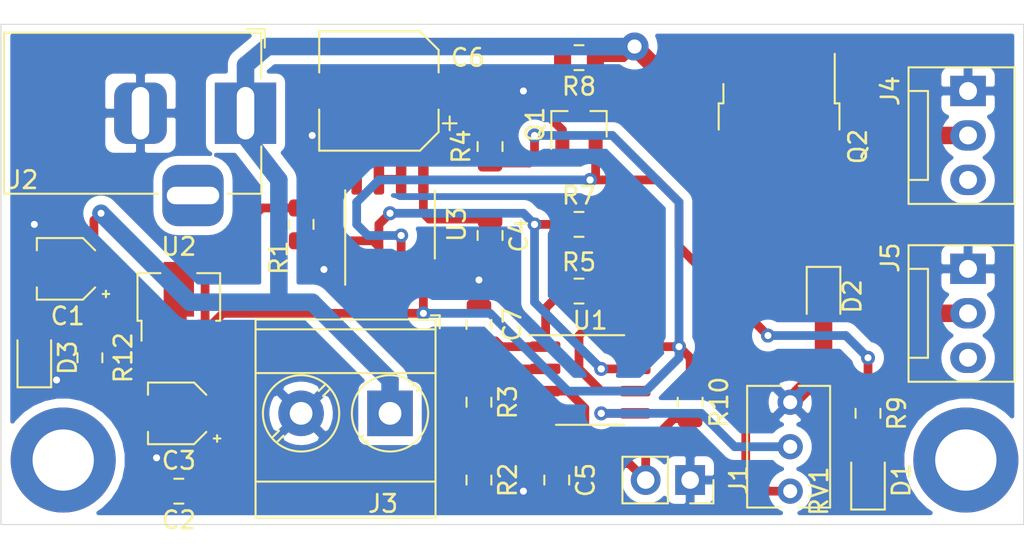
<source format=kicad_pcb>
(kicad_pcb (version 20171130) (host pcbnew 5.1.6-c6e7f7d~86~ubuntu18.04.1)

  (general
    (thickness 1.6)
    (drawings 4)
    (tracks 239)
    (zones 0)
    (modules 31)
    (nets 19)
  )

  (page A4)
  (layers
    (0 F.Cu signal)
    (31 B.Cu signal)
    (32 B.Adhes user)
    (33 F.Adhes user)
    (34 B.Paste user)
    (35 F.Paste user)
    (36 B.SilkS user)
    (37 F.SilkS user)
    (38 B.Mask user)
    (39 F.Mask user)
    (40 Dwgs.User user)
    (41 Cmts.User user)
    (42 Eco1.User user)
    (43 Eco2.User user)
    (44 Edge.Cuts user)
    (45 Margin user)
    (46 B.CrtYd user)
    (47 F.CrtYd user)
    (48 B.Fab user)
    (49 F.Fab user)
  )

  (setup
    (last_trace_width 0.5)
    (user_trace_width 0.25)
    (user_trace_width 0.5)
    (user_trace_width 1)
    (user_trace_width 2)
    (user_trace_width 3.5)
    (trace_clearance 0.2)
    (zone_clearance 0.508)
    (zone_45_only no)
    (trace_min 0.2)
    (via_size 0.8)
    (via_drill 0.4)
    (via_min_size 0.4)
    (via_min_drill 0.3)
    (user_via 0.5 0.4)
    (user_via 0.6 0.4)
    (user_via 0.8 0.4)
    (user_via 1.6 0.8)
    (user_via 6 3.5)
    (uvia_size 0.3)
    (uvia_drill 0.1)
    (uvias_allowed no)
    (uvia_min_size 0.2)
    (uvia_min_drill 0.1)
    (edge_width 0.05)
    (segment_width 0.2)
    (pcb_text_width 0.3)
    (pcb_text_size 1.5 1.5)
    (mod_edge_width 0.12)
    (mod_text_size 1 1)
    (mod_text_width 0.15)
    (pad_size 0.9 0.8)
    (pad_drill 0)
    (pad_to_mask_clearance 0.05)
    (aux_axis_origin 104.648 119.253)
    (grid_origin 104.648 119.253)
    (visible_elements FFFFFF7F)
    (pcbplotparams
      (layerselection 0x010fc_ffffffff)
      (usegerberextensions false)
      (usegerberattributes true)
      (usegerberadvancedattributes true)
      (creategerberjobfile true)
      (excludeedgelayer true)
      (linewidth 0.100000)
      (plotframeref false)
      (viasonmask false)
      (mode 1)
      (useauxorigin false)
      (hpglpennumber 1)
      (hpglpenspeed 20)
      (hpglpendiameter 15.000000)
      (psnegative false)
      (psa4output false)
      (plotreference true)
      (plotvalue true)
      (plotinvisibletext false)
      (padsonsilk false)
      (subtractmaskfromsilk false)
      (outputformat 1)
      (mirror false)
      (drillshape 1)
      (scaleselection 1)
      (outputdirectory ""))
  )

  (net 0 "")
  (net 1 GND)
  (net 2 +12V)
  (net 3 "Net-(C4-Pad1)")
  (net 4 /TMP_IN)
  (net 5 "Net-(C6-Pad1)")
  (net 6 "Net-(C7-Pad1)")
  (net 7 "Net-(D1-Pad2)")
  (net 8 "Net-(J4-Pad3)")
  (net 9 "Net-(Q1-Pad3)")
  (net 10 Trigger)
  (net 11 "Net-(R2-Pad1)")
  (net 12 "Net-(R5-Pad2)")
  (net 13 "Net-(RV1-Pad2)")
  (net 14 "Net-(J5-Pad3)")
  (net 15 "Net-(Q1-Pad2)")
  (net 16 "Net-(D3-Pad2)")
  (net 17 +9V)
  (net 18 "Net-(D2-Pad1)")

  (net_class Default "This is the default net class."
    (clearance 0.2)
    (trace_width 0.25)
    (via_dia 0.8)
    (via_drill 0.4)
    (uvia_dia 0.3)
    (uvia_drill 0.1)
    (add_net +12V)
    (add_net +9V)
    (add_net /TMP_IN)
    (add_net GND)
    (add_net "Net-(C4-Pad1)")
    (add_net "Net-(C6-Pad1)")
    (add_net "Net-(C7-Pad1)")
    (add_net "Net-(D1-Pad2)")
    (add_net "Net-(D2-Pad1)")
    (add_net "Net-(D3-Pad2)")
    (add_net "Net-(J4-Pad3)")
    (add_net "Net-(J5-Pad3)")
    (add_net "Net-(Q1-Pad2)")
    (add_net "Net-(Q1-Pad3)")
    (add_net "Net-(R2-Pad1)")
    (add_net "Net-(R5-Pad2)")
    (add_net "Net-(RV1-Pad2)")
    (add_net Trigger)
  )

  (module Package_TO_SOT_SMD:TO-252-2 (layer F.Cu) (tedit 5A70A390) (tstamp 5EEFF1BA)
    (at 149.098 97.663 270)
    (descr "TO-252 / DPAK SMD package, http://www.infineon.com/cms/en/product/packages/PG-TO252/PG-TO252-3-1/")
    (tags "DPAK TO-252 DPAK-3 TO-252-3 SOT-428")
    (path /5EFE5580)
    (attr smd)
    (fp_text reference Q2 (at 0 -4.5 90) (layer F.SilkS)
      (effects (font (size 1 1) (thickness 0.15)))
    )
    (fp_text value SUD19P06-60 (at 0 4.5 90) (layer F.Fab)
      (effects (font (size 1 1) (thickness 0.15)))
    )
    (fp_line (start 5.55 -3.5) (end -5.55 -3.5) (layer F.CrtYd) (width 0.05))
    (fp_line (start 5.55 3.5) (end 5.55 -3.5) (layer F.CrtYd) (width 0.05))
    (fp_line (start -5.55 3.5) (end 5.55 3.5) (layer F.CrtYd) (width 0.05))
    (fp_line (start -5.55 -3.5) (end -5.55 3.5) (layer F.CrtYd) (width 0.05))
    (fp_line (start -2.47 3.18) (end -3.57 3.18) (layer F.SilkS) (width 0.12))
    (fp_line (start -2.47 3.45) (end -2.47 3.18) (layer F.SilkS) (width 0.12))
    (fp_line (start -0.97 3.45) (end -2.47 3.45) (layer F.SilkS) (width 0.12))
    (fp_line (start -2.47 -3.18) (end -5.3 -3.18) (layer F.SilkS) (width 0.12))
    (fp_line (start -2.47 -3.45) (end -2.47 -3.18) (layer F.SilkS) (width 0.12))
    (fp_line (start -0.97 -3.45) (end -2.47 -3.45) (layer F.SilkS) (width 0.12))
    (fp_line (start -4.97 2.655) (end -2.27 2.655) (layer F.Fab) (width 0.1))
    (fp_line (start -4.97 1.905) (end -4.97 2.655) (layer F.Fab) (width 0.1))
    (fp_line (start -2.27 1.905) (end -4.97 1.905) (layer F.Fab) (width 0.1))
    (fp_line (start -4.97 -1.905) (end -2.27 -1.905) (layer F.Fab) (width 0.1))
    (fp_line (start -4.97 -2.655) (end -4.97 -1.905) (layer F.Fab) (width 0.1))
    (fp_line (start -1.865 -2.655) (end -4.97 -2.655) (layer F.Fab) (width 0.1))
    (fp_line (start -1.27 -3.25) (end 3.95 -3.25) (layer F.Fab) (width 0.1))
    (fp_line (start -2.27 -2.25) (end -1.27 -3.25) (layer F.Fab) (width 0.1))
    (fp_line (start -2.27 3.25) (end -2.27 -2.25) (layer F.Fab) (width 0.1))
    (fp_line (start 3.95 3.25) (end -2.27 3.25) (layer F.Fab) (width 0.1))
    (fp_line (start 3.95 -3.25) (end 3.95 3.25) (layer F.Fab) (width 0.1))
    (fp_line (start 4.95 2.7) (end 3.95 2.7) (layer F.Fab) (width 0.1))
    (fp_line (start 4.95 -2.7) (end 4.95 2.7) (layer F.Fab) (width 0.1))
    (fp_line (start 3.95 -2.7) (end 4.95 -2.7) (layer F.Fab) (width 0.1))
    (fp_text user %R (at 0 0 90) (layer F.Fab)
      (effects (font (size 1 1) (thickness 0.15)))
    )
    (pad "" smd rect (at 0.425 1.525 270) (size 3.05 2.75) (layers F.Paste))
    (pad "" smd rect (at 3.775 -1.525 270) (size 3.05 2.75) (layers F.Paste))
    (pad "" smd rect (at 0.425 -1.525 270) (size 3.05 2.75) (layers F.Paste))
    (pad "" smd rect (at 3.775 1.525 270) (size 3.05 2.75) (layers F.Paste))
    (pad 2 smd rect (at 2.1 0 270) (size 6.4 5.8) (layers F.Cu F.Mask)
      (net 18 "Net-(D2-Pad1)"))
    (pad 3 smd rect (at -4.2 2.28 270) (size 2.2 1.2) (layers F.Cu F.Paste F.Mask)
      (net 2 +12V))
    (pad 1 smd rect (at -4.2 -2.28 270) (size 2.2 1.2) (layers F.Cu F.Paste F.Mask)
      (net 9 "Net-(Q1-Pad3)"))
    (model ${KISYS3DMOD}/Package_TO_SOT_SMD.3dshapes/TO-252-2.wrl
      (at (xyz 0 0 0))
      (scale (xyz 1 1 1))
      (rotate (xyz 0 0 0))
    )
  )

  (module Potentiometer_THT:Potentiometer_Bourns_3266Y_Vertical (layer F.Cu) (tedit 5A3D4994) (tstamp 5EE7DAD3)
    (at 149.733 117.348 270)
    (descr "Potentiometer, vertical, Bourns 3266Y, https://www.bourns.com/docs/Product-Datasheets/3266.pdf")
    (tags "Potentiometer vertical Bourns 3266Y")
    (path /5EE47DF6)
    (fp_text reference RV1 (at 0 -1.65 90) (layer F.SilkS)
      (effects (font (size 1 1) (thickness 0.15)))
    )
    (fp_text value 10k (at 0 1.65 90) (layer F.Fab)
      (effects (font (size 1 1) (thickness 0.15)))
    )
    (fp_circle (center -0.405 1.07) (end 0.485 1.07) (layer F.Fab) (width 0.1))
    (fp_line (start -5.895 -2.16) (end -5.895 2.34) (layer F.Fab) (width 0.1))
    (fp_line (start -5.895 2.34) (end 0.815 2.34) (layer F.Fab) (width 0.1))
    (fp_line (start 0.815 2.34) (end 0.815 -2.16) (layer F.Fab) (width 0.1))
    (fp_line (start 0.815 -2.16) (end -5.895 -2.16) (layer F.Fab) (width 0.1))
    (fp_line (start -0.405 1.952) (end -0.404 0.189) (layer F.Fab) (width 0.1))
    (fp_line (start -0.405 1.952) (end -0.404 0.189) (layer F.Fab) (width 0.1))
    (fp_line (start -6.015 -2.28) (end 0.935 -2.28) (layer F.SilkS) (width 0.12))
    (fp_line (start -6.015 2.46) (end 0.935 2.46) (layer F.SilkS) (width 0.12))
    (fp_line (start -6.015 -2.28) (end -6.015 -0.494) (layer F.SilkS) (width 0.12))
    (fp_line (start -6.015 0.496) (end -6.015 2.46) (layer F.SilkS) (width 0.12))
    (fp_line (start 0.935 -2.28) (end 0.935 -0.494) (layer F.SilkS) (width 0.12))
    (fp_line (start 0.935 0.496) (end 0.935 2.46) (layer F.SilkS) (width 0.12))
    (fp_line (start -6.15 -2.45) (end -6.15 2.6) (layer F.CrtYd) (width 0.05))
    (fp_line (start -6.15 2.6) (end 1.1 2.6) (layer F.CrtYd) (width 0.05))
    (fp_line (start 1.1 2.6) (end 1.1 -2.45) (layer F.CrtYd) (width 0.05))
    (fp_line (start 1.1 -2.45) (end -6.15 -2.45) (layer F.CrtYd) (width 0.05))
    (fp_text user %R (at 0 0 90) (layer F.Fab)
      (effects (font (size 0.5 0.5) (thickness 0.08)))
    )
    (pad 3 thru_hole circle (at -5.08 0 270) (size 1.44 1.44) (drill 0.8) (layers *.Cu *.Mask)
      (net 1 GND))
    (pad 2 thru_hole circle (at -2.54 0 270) (size 1.44 1.44) (drill 0.8) (layers *.Cu *.Mask)
      (net 13 "Net-(RV1-Pad2)"))
    (pad 1 thru_hole circle (at 0 0 270) (size 1.44 1.44) (drill 0.8) (layers *.Cu *.Mask)
      (net 17 +9V))
    (model ${KISYS3DMOD}/Potentiometer_THT.3dshapes/Potentiometer_Bourns_3266Y_Vertical.wrl
      (at (xyz 0 0 0))
      (scale (xyz 1 1 1))
      (rotate (xyz 0 0 0))
    )
  )

  (module TerminalBlock_Phoenix:TerminalBlock_Phoenix_MKDS-3-2-5.08_1x02_P5.08mm_Horizontal (layer F.Cu) (tedit 5B294F11) (tstamp 5EEEF7C7)
    (at 126.873 112.903 180)
    (descr "Terminal Block Phoenix MKDS-3-2-5.08, 2 pins, pitch 5.08mm, size 10.2x11.2mm^2, drill diamater 1.3mm, pad diameter 2.6mm, see http://www.farnell.com/datasheets/2138224.pdf, script-generated using https://github.com/pointhi/kicad-footprint-generator/scripts/TerminalBlock_Phoenix")
    (tags "THT Terminal Block Phoenix MKDS-3-2-5.08 pitch 5.08mm size 10.2x11.2mm^2 drill 1.3mm pad 2.6mm")
    (path /5EEF9B60)
    (fp_text reference J3 (at 0.4 -5.16) (layer F.SilkS)
      (effects (font (size 1 1) (thickness 0.15)))
    )
    (fp_text value 12V_In (at 0.4 1.96) (layer F.Fab)
      (effects (font (size 1 1) (thickness 0.15)))
    )
    (fp_circle (center 0 0) (end 2 0) (layer F.Fab) (width 0.1))
    (fp_circle (center 0 0) (end 2.18 0) (layer F.SilkS) (width 0.12))
    (fp_circle (center 5.08 0) (end 7.08 0) (layer F.Fab) (width 0.1))
    (fp_circle (center 5.08 0) (end 7.26 0) (layer F.SilkS) (width 0.12))
    (fp_line (start -2.54 -5.9) (end 7.62 -5.9) (layer F.Fab) (width 0.1))
    (fp_line (start 7.62 -5.9) (end 7.62 5.3) (layer F.Fab) (width 0.1))
    (fp_line (start 7.62 5.3) (end -2.04 5.3) (layer F.Fab) (width 0.1))
    (fp_line (start -2.04 5.3) (end -2.54 4.8) (layer F.Fab) (width 0.1))
    (fp_line (start -2.54 4.8) (end -2.54 -5.9) (layer F.Fab) (width 0.1))
    (fp_line (start -2.54 4.8) (end 7.62 4.8) (layer F.Fab) (width 0.1))
    (fp_line (start -2.6 4.8) (end 7.68 4.8) (layer F.SilkS) (width 0.12))
    (fp_line (start -2.54 2.3) (end 7.62 2.3) (layer F.Fab) (width 0.1))
    (fp_line (start -2.6 2.3) (end 7.68 2.3) (layer F.SilkS) (width 0.12))
    (fp_line (start -2.54 -3.9) (end 7.62 -3.9) (layer F.Fab) (width 0.1))
    (fp_line (start -2.6 -3.9) (end 7.68 -3.9) (layer F.SilkS) (width 0.12))
    (fp_line (start -2.6 -5.96) (end 7.68 -5.96) (layer F.SilkS) (width 0.12))
    (fp_line (start -2.6 5.36) (end 7.68 5.36) (layer F.SilkS) (width 0.12))
    (fp_line (start -2.6 -5.96) (end -2.6 5.36) (layer F.SilkS) (width 0.12))
    (fp_line (start 7.68 -5.96) (end 7.68 5.36) (layer F.SilkS) (width 0.12))
    (fp_line (start 1.517 -1.273) (end -1.273 1.517) (layer F.Fab) (width 0.1))
    (fp_line (start 1.273 -1.517) (end -1.517 1.273) (layer F.Fab) (width 0.1))
    (fp_line (start 1.654 -1.388) (end 1.547 -1.281) (layer F.SilkS) (width 0.12))
    (fp_line (start -1.282 1.547) (end -1.388 1.654) (layer F.SilkS) (width 0.12))
    (fp_line (start 1.388 -1.654) (end 1.281 -1.547) (layer F.SilkS) (width 0.12))
    (fp_line (start -1.548 1.281) (end -1.654 1.388) (layer F.SilkS) (width 0.12))
    (fp_line (start 6.597 -1.273) (end 3.808 1.517) (layer F.Fab) (width 0.1))
    (fp_line (start 6.353 -1.517) (end 3.564 1.273) (layer F.Fab) (width 0.1))
    (fp_line (start 6.734 -1.388) (end 6.339 -0.992) (layer F.SilkS) (width 0.12))
    (fp_line (start 4.073 1.274) (end 3.693 1.654) (layer F.SilkS) (width 0.12))
    (fp_line (start 6.468 -1.654) (end 6.088 -1.274) (layer F.SilkS) (width 0.12))
    (fp_line (start 3.822 0.992) (end 3.427 1.388) (layer F.SilkS) (width 0.12))
    (fp_line (start -2.84 4.86) (end -2.84 5.6) (layer F.SilkS) (width 0.12))
    (fp_line (start -2.84 5.6) (end -2.34 5.6) (layer F.SilkS) (width 0.12))
    (fp_line (start -3.04 -6.4) (end -3.04 5.8) (layer F.CrtYd) (width 0.05))
    (fp_line (start -3.04 5.8) (end 8.13 5.8) (layer F.CrtYd) (width 0.05))
    (fp_line (start 8.13 5.8) (end 8.13 -6.4) (layer F.CrtYd) (width 0.05))
    (fp_line (start 8.13 -6.4) (end -3.04 -6.4) (layer F.CrtYd) (width 0.05))
    (fp_text user %R (at 0.4 -5.16) (layer F.Fab)
      (effects (font (size 1 1) (thickness 0.15)))
    )
    (pad 2 thru_hole circle (at 5.08 0 180) (size 2.6 2.6) (drill 1.3) (layers *.Cu *.Mask)
      (net 1 GND))
    (pad 1 thru_hole rect (at 0 0 180) (size 2.6 2.6) (drill 1.3) (layers *.Cu *.Mask)
      (net 2 +12V))
    (model ${KISYS3DMOD}/TerminalBlock_Phoenix.3dshapes/TerminalBlock_Phoenix_MKDS-3-2-5.08_1x02_P5.08mm_Horizontal.wrl
      (at (xyz 0 0 0))
      (scale (xyz 1 1 1))
      (rotate (xyz 0 0 0))
    )
  )

  (module Package_TO_SOT_SMD:SOT-89-3 (layer F.Cu) (tedit 5C33D6E8) (tstamp 5EEBE1DC)
    (at 114.808 106.553 90)
    (descr "SOT-89-3, http://ww1.microchip.com/downloads/en/DeviceDoc/3L_SOT-89_MB_C04-029C.pdf")
    (tags SOT-89-3)
    (path /5EEC3711)
    (attr smd)
    (fp_text reference U2 (at 3.175 0 180) (layer F.SilkS)
      (effects (font (size 1 1) (thickness 0.15)))
    )
    (fp_text value L7809 (at 0.3 3.5 90) (layer F.Fab)
      (effects (font (size 1 1) (thickness 0.15)))
    )
    (fp_line (start 1.66 1.05) (end 1.66 2.36) (layer F.SilkS) (width 0.12))
    (fp_line (start 1.66 2.36) (end -1.06 2.36) (layer F.SilkS) (width 0.12))
    (fp_line (start -2.2 -2.13) (end -1.06 -2.13) (layer F.SilkS) (width 0.12))
    (fp_line (start 1.66 -2.36) (end 1.66 -1.05) (layer F.SilkS) (width 0.12))
    (fp_line (start -0.95 -1.25) (end 0.05 -2.25) (layer F.Fab) (width 0.1))
    (fp_line (start 1.55 -2.25) (end 1.55 2.25) (layer F.Fab) (width 0.1))
    (fp_line (start 1.55 2.25) (end -0.95 2.25) (layer F.Fab) (width 0.1))
    (fp_line (start -0.95 2.25) (end -0.95 -1.25) (layer F.Fab) (width 0.1))
    (fp_line (start 0.05 -2.25) (end 1.55 -2.25) (layer F.Fab) (width 0.1))
    (fp_line (start 2.55 -2.5) (end 2.55 2.5) (layer F.CrtYd) (width 0.05))
    (fp_line (start 2.55 -2.5) (end -2.55 -2.5) (layer F.CrtYd) (width 0.05))
    (fp_line (start -2.55 2.5) (end 2.55 2.5) (layer F.CrtYd) (width 0.05))
    (fp_line (start -2.55 2.5) (end -2.55 -2.5) (layer F.CrtYd) (width 0.05))
    (fp_line (start -1.06 -2.36) (end 1.66 -2.36) (layer F.SilkS) (width 0.12))
    (fp_line (start -1.06 -2.36) (end -1.06 -2.13) (layer F.SilkS) (width 0.12))
    (fp_line (start -1.06 2.36) (end -1.06 2.13) (layer F.SilkS) (width 0.12))
    (fp_text user %R (at 0.5 0) (layer F.Fab)
      (effects (font (size 1 1) (thickness 0.15)))
    )
    (pad 2 smd custom (at -1.5625 0 90) (size 1.475 0.9) (layers F.Cu F.Paste F.Mask)
      (net 1 GND) (zone_connect 2)
      (options (clearance outline) (anchor rect))
      (primitives
        (gr_poly (pts
           (xy 0.7375 -0.8665) (xy 3.8625 -0.8665) (xy 3.8625 0.8665) (xy 0.7375 0.8665)) (width 0))
      ))
    (pad 3 smd rect (at -1.65 1.5 90) (size 1.3 0.9) (layers F.Cu F.Paste F.Mask)
      (net 17 +9V))
    (pad 1 smd rect (at -1.65 -1.5 90) (size 1.3 0.9) (layers F.Cu F.Paste F.Mask)
      (net 2 +12V))
    (model ${KISYS3DMOD}/Package_TO_SOT_SMD.3dshapes/SOT-89-3.wrl
      (at (xyz 0 0 0))
      (scale (xyz 1 1 1))
      (rotate (xyz 0 0 0))
    )
  )

  (module Package_SO:SO-8_3.9x4.9mm_P1.27mm (layer F.Cu) (tedit 5D9F72B1) (tstamp 5EEF6383)
    (at 126.873 102.108 90)
    (descr "SO, 8 Pin (https://www.nxp.com/docs/en/data-sheet/PCF8523.pdf), generated with kicad-footprint-generator ipc_gullwing_generator.py")
    (tags "SO SO")
    (path /5EE81F54)
    (attr smd)
    (fp_text reference U3 (at 0 3.81 90) (layer F.SilkS)
      (effects (font (size 1 1) (thickness 0.15)))
    )
    (fp_text value NE555P (at 0 3.4 90) (layer F.Fab)
      (effects (font (size 1 1) (thickness 0.15)))
    )
    (fp_line (start 3.7 -2.7) (end -3.7 -2.7) (layer F.CrtYd) (width 0.05))
    (fp_line (start 3.7 2.7) (end 3.7 -2.7) (layer F.CrtYd) (width 0.05))
    (fp_line (start -3.7 2.7) (end 3.7 2.7) (layer F.CrtYd) (width 0.05))
    (fp_line (start -3.7 -2.7) (end -3.7 2.7) (layer F.CrtYd) (width 0.05))
    (fp_line (start -1.95 -1.475) (end -0.975 -2.45) (layer F.Fab) (width 0.1))
    (fp_line (start -1.95 2.45) (end -1.95 -1.475) (layer F.Fab) (width 0.1))
    (fp_line (start 1.95 2.45) (end -1.95 2.45) (layer F.Fab) (width 0.1))
    (fp_line (start 1.95 -2.45) (end 1.95 2.45) (layer F.Fab) (width 0.1))
    (fp_line (start -0.975 -2.45) (end 1.95 -2.45) (layer F.Fab) (width 0.1))
    (fp_line (start 0 -2.56) (end -3.45 -2.56) (layer F.SilkS) (width 0.12))
    (fp_line (start 0 -2.56) (end 1.95 -2.56) (layer F.SilkS) (width 0.12))
    (fp_line (start 0 2.56) (end -1.95 2.56) (layer F.SilkS) (width 0.12))
    (fp_line (start 0 2.56) (end 1.95 2.56) (layer F.SilkS) (width 0.12))
    (fp_text user %R (at 0 0 90) (layer F.Fab)
      (effects (font (size 0.98 0.98) (thickness 0.15)))
    )
    (pad 8 smd roundrect (at 2.575 -1.905 90) (size 1.75 0.6) (layers F.Cu F.Paste F.Mask) (roundrect_rratio 0.25)
      (net 17 +9V))
    (pad 7 smd roundrect (at 2.575 -0.635 90) (size 1.75 0.6) (layers F.Cu F.Paste F.Mask) (roundrect_rratio 0.25)
      (net 5 "Net-(C6-Pad1)"))
    (pad 6 smd roundrect (at 2.575 0.635 90) (size 1.75 0.6) (layers F.Cu F.Paste F.Mask) (roundrect_rratio 0.25)
      (net 5 "Net-(C6-Pad1)"))
    (pad 5 smd roundrect (at 2.575 1.905 90) (size 1.75 0.6) (layers F.Cu F.Paste F.Mask) (roundrect_rratio 0.25)
      (net 3 "Net-(C4-Pad1)"))
    (pad 4 smd roundrect (at -2.575 1.905 90) (size 1.75 0.6) (layers F.Cu F.Paste F.Mask) (roundrect_rratio 0.25)
      (net 17 +9V))
    (pad 3 smd roundrect (at -2.575 0.635 90) (size 1.75 0.6) (layers F.Cu F.Paste F.Mask) (roundrect_rratio 0.25)
      (net 15 "Net-(Q1-Pad2)"))
    (pad 2 smd roundrect (at -2.575 -0.635 90) (size 1.75 0.6) (layers F.Cu F.Paste F.Mask) (roundrect_rratio 0.25)
      (net 10 Trigger))
    (pad 1 smd roundrect (at -2.575 -1.905 90) (size 1.75 0.6) (layers F.Cu F.Paste F.Mask) (roundrect_rratio 0.25)
      (net 1 GND))
    (model ${KISYS3DMOD}/Package_SO.3dshapes/SO-8_3.9x4.9mm_P1.27mm.wrl
      (at (xyz 0 0 0))
      (scale (xyz 1 1 1))
      (rotate (xyz 0 0 0))
    )
  )

  (module Package_SO:SO-8_3.9x4.9mm_P1.27mm (layer F.Cu) (tedit 5D9F72B1) (tstamp 5EEA96A9)
    (at 138.303 110.998)
    (descr "SO, 8 Pin (https://www.nxp.com/docs/en/data-sheet/PCF8523.pdf), generated with kicad-footprint-generator ipc_gullwing_generator.py")
    (tags "SO SO")
    (path /5EE1D336)
    (attr smd)
    (fp_text reference U1 (at 0 -3.4) (layer F.SilkS)
      (effects (font (size 1 1) (thickness 0.15)))
    )
    (fp_text value LM358 (at 0 3.4) (layer F.Fab)
      (effects (font (size 1 1) (thickness 0.15)))
    )
    (fp_line (start 3.7 -2.7) (end -3.7 -2.7) (layer F.CrtYd) (width 0.05))
    (fp_line (start 3.7 2.7) (end 3.7 -2.7) (layer F.CrtYd) (width 0.05))
    (fp_line (start -3.7 2.7) (end 3.7 2.7) (layer F.CrtYd) (width 0.05))
    (fp_line (start -3.7 -2.7) (end -3.7 2.7) (layer F.CrtYd) (width 0.05))
    (fp_line (start -1.95 -1.475) (end -0.975 -2.45) (layer F.Fab) (width 0.1))
    (fp_line (start -1.95 2.45) (end -1.95 -1.475) (layer F.Fab) (width 0.1))
    (fp_line (start 1.95 2.45) (end -1.95 2.45) (layer F.Fab) (width 0.1))
    (fp_line (start 1.95 -2.45) (end 1.95 2.45) (layer F.Fab) (width 0.1))
    (fp_line (start -0.975 -2.45) (end 1.95 -2.45) (layer F.Fab) (width 0.1))
    (fp_line (start 0 -2.56) (end -3.45 -2.56) (layer F.SilkS) (width 0.12))
    (fp_line (start 0 -2.56) (end 1.95 -2.56) (layer F.SilkS) (width 0.12))
    (fp_line (start 0 2.56) (end -1.95 2.56) (layer F.SilkS) (width 0.12))
    (fp_line (start 0 2.56) (end 1.95 2.56) (layer F.SilkS) (width 0.12))
    (fp_text user %R (at 0 0) (layer F.Fab)
      (effects (font (size 0.98 0.98) (thickness 0.15)))
    )
    (pad 8 smd roundrect (at 2.575 -1.905) (size 1.75 0.6) (layers F.Cu F.Paste F.Mask) (roundrect_rratio 0.25)
      (net 17 +9V))
    (pad 7 smd roundrect (at 2.575 -0.635) (size 1.75 0.6) (layers F.Cu F.Paste F.Mask) (roundrect_rratio 0.25)
      (net 10 Trigger))
    (pad 6 smd roundrect (at 2.575 0.635) (size 1.75 0.6) (layers F.Cu F.Paste F.Mask) (roundrect_rratio 0.25)
      (net 12 "Net-(R5-Pad2)"))
    (pad 5 smd roundrect (at 2.575 1.905) (size 1.75 0.6) (layers F.Cu F.Paste F.Mask) (roundrect_rratio 0.25)
      (net 13 "Net-(RV1-Pad2)"))
    (pad 4 smd roundrect (at -2.575 1.905) (size 1.75 0.6) (layers F.Cu F.Paste F.Mask) (roundrect_rratio 0.25)
      (net 1 GND))
    (pad 3 smd roundrect (at -2.575 0.635) (size 1.75 0.6) (layers F.Cu F.Paste F.Mask) (roundrect_rratio 0.25)
      (net 4 /TMP_IN))
    (pad 2 smd roundrect (at -2.575 -0.635) (size 1.75 0.6) (layers F.Cu F.Paste F.Mask) (roundrect_rratio 0.25)
      (net 11 "Net-(R2-Pad1)"))
    (pad 1 smd roundrect (at -2.575 -1.905) (size 1.75 0.6) (layers F.Cu F.Paste F.Mask) (roundrect_rratio 0.25)
      (net 6 "Net-(C7-Pad1)"))
    (model ${KISYS3DMOD}/Package_SO.3dshapes/SO-8_3.9x4.9mm_P1.27mm.wrl
      (at (xyz 0 0 0))
      (scale (xyz 1 1 1))
      (rotate (xyz 0 0 0))
    )
  )

  (module Resistor_SMD:R_0805_2012Metric (layer F.Cu) (tedit 5B36C52B) (tstamp 5EEEF97C)
    (at 109.728 109.728 90)
    (descr "Resistor SMD 0805 (2012 Metric), square (rectangular) end terminal, IPC_7351 nominal, (Body size source: https://docs.google.com/spreadsheets/d/1BsfQQcO9C6DZCsRaXUlFlo91Tg2WpOkGARC1WS5S8t0/edit?usp=sharing), generated with kicad-footprint-generator")
    (tags resistor)
    (path /5EF2D5AF)
    (attr smd)
    (fp_text reference R12 (at 0 1.905 90) (layer F.SilkS)
      (effects (font (size 1 1) (thickness 0.15)))
    )
    (fp_text value 5k (at 0 1.65 90) (layer F.Fab)
      (effects (font (size 1 1) (thickness 0.15)))
    )
    (fp_line (start 1.68 0.95) (end -1.68 0.95) (layer F.CrtYd) (width 0.05))
    (fp_line (start 1.68 -0.95) (end 1.68 0.95) (layer F.CrtYd) (width 0.05))
    (fp_line (start -1.68 -0.95) (end 1.68 -0.95) (layer F.CrtYd) (width 0.05))
    (fp_line (start -1.68 0.95) (end -1.68 -0.95) (layer F.CrtYd) (width 0.05))
    (fp_line (start -0.258578 0.71) (end 0.258578 0.71) (layer F.SilkS) (width 0.12))
    (fp_line (start -0.258578 -0.71) (end 0.258578 -0.71) (layer F.SilkS) (width 0.12))
    (fp_line (start 1 0.6) (end -1 0.6) (layer F.Fab) (width 0.1))
    (fp_line (start 1 -0.6) (end 1 0.6) (layer F.Fab) (width 0.1))
    (fp_line (start -1 -0.6) (end 1 -0.6) (layer F.Fab) (width 0.1))
    (fp_line (start -1 0.6) (end -1 -0.6) (layer F.Fab) (width 0.1))
    (fp_text user %R (at 0 0 90) (layer F.Fab)
      (effects (font (size 0.5 0.5) (thickness 0.08)))
    )
    (pad 2 smd roundrect (at 0.9375 0 90) (size 0.975 1.4) (layers F.Cu F.Paste F.Mask) (roundrect_rratio 0.25)
      (net 16 "Net-(D3-Pad2)"))
    (pad 1 smd roundrect (at -0.9375 0 90) (size 0.975 1.4) (layers F.Cu F.Paste F.Mask) (roundrect_rratio 0.25)
      (net 2 +12V))
    (model ${KISYS3DMOD}/Resistor_SMD.3dshapes/R_0805_2012Metric.wrl
      (at (xyz 0 0 0))
      (scale (xyz 1 1 1))
      (rotate (xyz 0 0 0))
    )
  )

  (module Resistor_SMD:R_0805_2012Metric (layer F.Cu) (tedit 5B36C52B) (tstamp 5EEB4383)
    (at 144.018 112.268 270)
    (descr "Resistor SMD 0805 (2012 Metric), square (rectangular) end terminal, IPC_7351 nominal, (Body size source: https://docs.google.com/spreadsheets/d/1BsfQQcO9C6DZCsRaXUlFlo91Tg2WpOkGARC1WS5S8t0/edit?usp=sharing), generated with kicad-footprint-generator")
    (tags resistor)
    (path /5EF57278)
    (attr smd)
    (fp_text reference R10 (at 0 -1.65 90) (layer F.SilkS)
      (effects (font (size 1 1) (thickness 0.15)))
    )
    (fp_text value 10k (at 0 1.65 90) (layer F.Fab)
      (effects (font (size 1 1) (thickness 0.15)))
    )
    (fp_line (start -1 0.6) (end -1 -0.6) (layer F.Fab) (width 0.1))
    (fp_line (start -1 -0.6) (end 1 -0.6) (layer F.Fab) (width 0.1))
    (fp_line (start 1 -0.6) (end 1 0.6) (layer F.Fab) (width 0.1))
    (fp_line (start 1 0.6) (end -1 0.6) (layer F.Fab) (width 0.1))
    (fp_line (start -0.258578 -0.71) (end 0.258578 -0.71) (layer F.SilkS) (width 0.12))
    (fp_line (start -0.258578 0.71) (end 0.258578 0.71) (layer F.SilkS) (width 0.12))
    (fp_line (start -1.68 0.95) (end -1.68 -0.95) (layer F.CrtYd) (width 0.05))
    (fp_line (start -1.68 -0.95) (end 1.68 -0.95) (layer F.CrtYd) (width 0.05))
    (fp_line (start 1.68 -0.95) (end 1.68 0.95) (layer F.CrtYd) (width 0.05))
    (fp_line (start 1.68 0.95) (end -1.68 0.95) (layer F.CrtYd) (width 0.05))
    (fp_text user %R (at 0 0 90) (layer F.Fab)
      (effects (font (size 0.5 0.5) (thickness 0.08)))
    )
    (pad 1 smd roundrect (at -0.9375 0 270) (size 0.975 1.4) (layers F.Cu F.Paste F.Mask) (roundrect_rratio 0.25)
      (net 17 +9V))
    (pad 2 smd roundrect (at 0.9375 0 270) (size 0.975 1.4) (layers F.Cu F.Paste F.Mask) (roundrect_rratio 0.25)
      (net 4 /TMP_IN))
    (model ${KISYS3DMOD}/Resistor_SMD.3dshapes/R_0805_2012Metric.wrl
      (at (xyz 0 0 0))
      (scale (xyz 1 1 1))
      (rotate (xyz 0 0 0))
    )
  )

  (module Resistor_SMD:R_0805_2012Metric (layer F.Cu) (tedit 5B36C52B) (tstamp 5EE7E370)
    (at 154.178 112.903 270)
    (descr "Resistor SMD 0805 (2012 Metric), square (rectangular) end terminal, IPC_7351 nominal, (Body size source: https://docs.google.com/spreadsheets/d/1BsfQQcO9C6DZCsRaXUlFlo91Tg2WpOkGARC1WS5S8t0/edit?usp=sharing), generated with kicad-footprint-generator")
    (tags resistor)
    (path /5EE89D31)
    (attr smd)
    (fp_text reference R9 (at 0 -1.65 90) (layer F.SilkS)
      (effects (font (size 1 1) (thickness 0.15)))
    )
    (fp_text value 3k3 (at 0 1.65 90) (layer F.Fab)
      (effects (font (size 1 1) (thickness 0.15)))
    )
    (fp_line (start 1.68 0.95) (end -1.68 0.95) (layer F.CrtYd) (width 0.05))
    (fp_line (start 1.68 -0.95) (end 1.68 0.95) (layer F.CrtYd) (width 0.05))
    (fp_line (start -1.68 -0.95) (end 1.68 -0.95) (layer F.CrtYd) (width 0.05))
    (fp_line (start -1.68 0.95) (end -1.68 -0.95) (layer F.CrtYd) (width 0.05))
    (fp_line (start -0.258578 0.71) (end 0.258578 0.71) (layer F.SilkS) (width 0.12))
    (fp_line (start -0.258578 -0.71) (end 0.258578 -0.71) (layer F.SilkS) (width 0.12))
    (fp_line (start 1 0.6) (end -1 0.6) (layer F.Fab) (width 0.1))
    (fp_line (start 1 -0.6) (end 1 0.6) (layer F.Fab) (width 0.1))
    (fp_line (start -1 -0.6) (end 1 -0.6) (layer F.Fab) (width 0.1))
    (fp_line (start -1 0.6) (end -1 -0.6) (layer F.Fab) (width 0.1))
    (fp_text user %R (at 0 0 90) (layer F.Fab)
      (effects (font (size 0.5 0.5) (thickness 0.08)))
    )
    (pad 2 smd roundrect (at 0.9375 0 270) (size 0.975 1.4) (layers F.Cu F.Paste F.Mask) (roundrect_rratio 0.25)
      (net 7 "Net-(D1-Pad2)"))
    (pad 1 smd roundrect (at -0.9375 0 270) (size 0.975 1.4) (layers F.Cu F.Paste F.Mask) (roundrect_rratio 0.25)
      (net 15 "Net-(Q1-Pad2)"))
    (model ${KISYS3DMOD}/Resistor_SMD.3dshapes/R_0805_2012Metric.wrl
      (at (xyz 0 0 0))
      (scale (xyz 1 1 1))
      (rotate (xyz 0 0 0))
    )
  )

  (module Resistor_SMD:R_0805_2012Metric (layer F.Cu) (tedit 5B36C52B) (tstamp 5EE7E400)
    (at 137.668 92.583 180)
    (descr "Resistor SMD 0805 (2012 Metric), square (rectangular) end terminal, IPC_7351 nominal, (Body size source: https://docs.google.com/spreadsheets/d/1BsfQQcO9C6DZCsRaXUlFlo91Tg2WpOkGARC1WS5S8t0/edit?usp=sharing), generated with kicad-footprint-generator")
    (tags resistor)
    (path /5EE883E5)
    (attr smd)
    (fp_text reference R8 (at 0 -1.65) (layer F.SilkS)
      (effects (font (size 1 1) (thickness 0.15)))
    )
    (fp_text value 10k (at 0 1.65) (layer F.Fab)
      (effects (font (size 1 1) (thickness 0.15)))
    )
    (fp_line (start 1.68 0.95) (end -1.68 0.95) (layer F.CrtYd) (width 0.05))
    (fp_line (start 1.68 -0.95) (end 1.68 0.95) (layer F.CrtYd) (width 0.05))
    (fp_line (start -1.68 -0.95) (end 1.68 -0.95) (layer F.CrtYd) (width 0.05))
    (fp_line (start -1.68 0.95) (end -1.68 -0.95) (layer F.CrtYd) (width 0.05))
    (fp_line (start -0.258578 0.71) (end 0.258578 0.71) (layer F.SilkS) (width 0.12))
    (fp_line (start -0.258578 -0.71) (end 0.258578 -0.71) (layer F.SilkS) (width 0.12))
    (fp_line (start 1 0.6) (end -1 0.6) (layer F.Fab) (width 0.1))
    (fp_line (start 1 -0.6) (end 1 0.6) (layer F.Fab) (width 0.1))
    (fp_line (start -1 -0.6) (end 1 -0.6) (layer F.Fab) (width 0.1))
    (fp_line (start -1 0.6) (end -1 -0.6) (layer F.Fab) (width 0.1))
    (fp_text user %R (at 0 0) (layer F.Fab)
      (effects (font (size 0.5 0.5) (thickness 0.08)))
    )
    (pad 2 smd roundrect (at 0.9375 0 180) (size 0.975 1.4) (layers F.Cu F.Paste F.Mask) (roundrect_rratio 0.25)
      (net 9 "Net-(Q1-Pad3)"))
    (pad 1 smd roundrect (at -0.9375 0 180) (size 0.975 1.4) (layers F.Cu F.Paste F.Mask) (roundrect_rratio 0.25)
      (net 2 +12V))
    (model ${KISYS3DMOD}/Resistor_SMD.3dshapes/R_0805_2012Metric.wrl
      (at (xyz 0 0 0))
      (scale (xyz 1 1 1))
      (rotate (xyz 0 0 0))
    )
  )

  (module Resistor_SMD:R_0805_2012Metric (layer F.Cu) (tedit 5B36C52B) (tstamp 5EEF2C8D)
    (at 137.668 102.108)
    (descr "Resistor SMD 0805 (2012 Metric), square (rectangular) end terminal, IPC_7351 nominal, (Body size source: https://docs.google.com/spreadsheets/d/1BsfQQcO9C6DZCsRaXUlFlo91Tg2WpOkGARC1WS5S8t0/edit?usp=sharing), generated with kicad-footprint-generator")
    (tags resistor)
    (path /5EE43D41)
    (attr smd)
    (fp_text reference R7 (at 0 -1.65) (layer F.SilkS)
      (effects (font (size 1 1) (thickness 0.15)))
    )
    (fp_text value 100k (at 0 1.65) (layer F.Fab)
      (effects (font (size 1 1) (thickness 0.15)))
    )
    (fp_line (start 1.68 0.95) (end -1.68 0.95) (layer F.CrtYd) (width 0.05))
    (fp_line (start 1.68 -0.95) (end 1.68 0.95) (layer F.CrtYd) (width 0.05))
    (fp_line (start -1.68 -0.95) (end 1.68 -0.95) (layer F.CrtYd) (width 0.05))
    (fp_line (start -1.68 0.95) (end -1.68 -0.95) (layer F.CrtYd) (width 0.05))
    (fp_line (start -0.258578 0.71) (end 0.258578 0.71) (layer F.SilkS) (width 0.12))
    (fp_line (start -0.258578 -0.71) (end 0.258578 -0.71) (layer F.SilkS) (width 0.12))
    (fp_line (start 1 0.6) (end -1 0.6) (layer F.Fab) (width 0.1))
    (fp_line (start 1 -0.6) (end 1 0.6) (layer F.Fab) (width 0.1))
    (fp_line (start -1 -0.6) (end 1 -0.6) (layer F.Fab) (width 0.1))
    (fp_line (start -1 0.6) (end -1 -0.6) (layer F.Fab) (width 0.1))
    (fp_text user %R (at 0 0) (layer F.Fab)
      (effects (font (size 0.5 0.5) (thickness 0.08)))
    )
    (pad 2 smd roundrect (at 0.9375 0) (size 0.975 1.4) (layers F.Cu F.Paste F.Mask) (roundrect_rratio 0.25)
      (net 12 "Net-(R5-Pad2)"))
    (pad 1 smd roundrect (at -0.9375 0) (size 0.975 1.4) (layers F.Cu F.Paste F.Mask) (roundrect_rratio 0.25)
      (net 10 Trigger))
    (model ${KISYS3DMOD}/Resistor_SMD.3dshapes/R_0805_2012Metric.wrl
      (at (xyz 0 0 0))
      (scale (xyz 1 1 1))
      (rotate (xyz 0 0 0))
    )
  )

  (module Resistor_SMD:R_0805_2012Metric (layer F.Cu) (tedit 5B36C52B) (tstamp 5EEEE1BC)
    (at 137.668 105.918)
    (descr "Resistor SMD 0805 (2012 Metric), square (rectangular) end terminal, IPC_7351 nominal, (Body size source: https://docs.google.com/spreadsheets/d/1BsfQQcO9C6DZCsRaXUlFlo91Tg2WpOkGARC1WS5S8t0/edit?usp=sharing), generated with kicad-footprint-generator")
    (tags resistor)
    (path /5EE16E35)
    (attr smd)
    (fp_text reference R5 (at 0 -1.65) (layer F.SilkS)
      (effects (font (size 1 1) (thickness 0.15)))
    )
    (fp_text value 1k (at 0 1.65) (layer F.Fab)
      (effects (font (size 1 1) (thickness 0.15)))
    )
    (fp_line (start 1.68 0.95) (end -1.68 0.95) (layer F.CrtYd) (width 0.05))
    (fp_line (start 1.68 -0.95) (end 1.68 0.95) (layer F.CrtYd) (width 0.05))
    (fp_line (start -1.68 -0.95) (end 1.68 -0.95) (layer F.CrtYd) (width 0.05))
    (fp_line (start -1.68 0.95) (end -1.68 -0.95) (layer F.CrtYd) (width 0.05))
    (fp_line (start -0.258578 0.71) (end 0.258578 0.71) (layer F.SilkS) (width 0.12))
    (fp_line (start -0.258578 -0.71) (end 0.258578 -0.71) (layer F.SilkS) (width 0.12))
    (fp_line (start 1 0.6) (end -1 0.6) (layer F.Fab) (width 0.1))
    (fp_line (start 1 -0.6) (end 1 0.6) (layer F.Fab) (width 0.1))
    (fp_line (start -1 -0.6) (end 1 -0.6) (layer F.Fab) (width 0.1))
    (fp_line (start -1 0.6) (end -1 -0.6) (layer F.Fab) (width 0.1))
    (fp_text user %R (at 0 0) (layer F.Fab)
      (effects (font (size 0.5 0.5) (thickness 0.08)))
    )
    (pad 2 smd roundrect (at 0.9375 0) (size 0.975 1.4) (layers F.Cu F.Paste F.Mask) (roundrect_rratio 0.25)
      (net 12 "Net-(R5-Pad2)"))
    (pad 1 smd roundrect (at -0.9375 0) (size 0.975 1.4) (layers F.Cu F.Paste F.Mask) (roundrect_rratio 0.25)
      (net 6 "Net-(C7-Pad1)"))
    (model ${KISYS3DMOD}/Resistor_SMD.3dshapes/R_0805_2012Metric.wrl
      (at (xyz 0 0 0))
      (scale (xyz 1 1 1))
      (rotate (xyz 0 0 0))
    )
  )

  (module Resistor_SMD:R_0805_2012Metric (layer F.Cu) (tedit 5B36C52B) (tstamp 5EEEFE04)
    (at 132.588 97.663 90)
    (descr "Resistor SMD 0805 (2012 Metric), square (rectangular) end terminal, IPC_7351 nominal, (Body size source: https://docs.google.com/spreadsheets/d/1BsfQQcO9C6DZCsRaXUlFlo91Tg2WpOkGARC1WS5S8t0/edit?usp=sharing), generated with kicad-footprint-generator")
    (tags resistor)
    (path /5EEB2686)
    (attr smd)
    (fp_text reference R4 (at 0 -1.65 90) (layer F.SilkS)
      (effects (font (size 1 1) (thickness 0.15)))
    )
    (fp_text value 1M (at 0 1.65 90) (layer F.Fab)
      (effects (font (size 1 1) (thickness 0.15)))
    )
    (fp_line (start 1.68 0.95) (end -1.68 0.95) (layer F.CrtYd) (width 0.05))
    (fp_line (start 1.68 -0.95) (end 1.68 0.95) (layer F.CrtYd) (width 0.05))
    (fp_line (start -1.68 -0.95) (end 1.68 -0.95) (layer F.CrtYd) (width 0.05))
    (fp_line (start -1.68 0.95) (end -1.68 -0.95) (layer F.CrtYd) (width 0.05))
    (fp_line (start -0.258578 0.71) (end 0.258578 0.71) (layer F.SilkS) (width 0.12))
    (fp_line (start -0.258578 -0.71) (end 0.258578 -0.71) (layer F.SilkS) (width 0.12))
    (fp_line (start 1 0.6) (end -1 0.6) (layer F.Fab) (width 0.1))
    (fp_line (start 1 -0.6) (end 1 0.6) (layer F.Fab) (width 0.1))
    (fp_line (start -1 -0.6) (end 1 -0.6) (layer F.Fab) (width 0.1))
    (fp_line (start -1 0.6) (end -1 -0.6) (layer F.Fab) (width 0.1))
    (fp_text user %R (at 0 0 90) (layer F.Fab)
      (effects (font (size 0.5 0.5) (thickness 0.08)))
    )
    (pad 2 smd roundrect (at 0.9375 0 90) (size 0.975 1.4) (layers F.Cu F.Paste F.Mask) (roundrect_rratio 0.25)
      (net 5 "Net-(C6-Pad1)"))
    (pad 1 smd roundrect (at -0.9375 0 90) (size 0.975 1.4) (layers F.Cu F.Paste F.Mask) (roundrect_rratio 0.25)
      (net 17 +9V))
    (model ${KISYS3DMOD}/Resistor_SMD.3dshapes/R_0805_2012Metric.wrl
      (at (xyz 0 0 0))
      (scale (xyz 1 1 1))
      (rotate (xyz 0 0 0))
    )
  )

  (module Resistor_SMD:R_0805_2012Metric (layer F.Cu) (tedit 5B36C52B) (tstamp 5EEA981E)
    (at 131.953 112.268 270)
    (descr "Resistor SMD 0805 (2012 Metric), square (rectangular) end terminal, IPC_7351 nominal, (Body size source: https://docs.google.com/spreadsheets/d/1BsfQQcO9C6DZCsRaXUlFlo91Tg2WpOkGARC1WS5S8t0/edit?usp=sharing), generated with kicad-footprint-generator")
    (tags resistor)
    (path /5EE18D0B)
    (attr smd)
    (fp_text reference R3 (at 0 -1.65 90) (layer F.SilkS)
      (effects (font (size 1 1) (thickness 0.15)))
    )
    (fp_text value 3k (at 0 1.65 90) (layer F.Fab)
      (effects (font (size 1 1) (thickness 0.15)))
    )
    (fp_line (start 1.68 0.95) (end -1.68 0.95) (layer F.CrtYd) (width 0.05))
    (fp_line (start 1.68 -0.95) (end 1.68 0.95) (layer F.CrtYd) (width 0.05))
    (fp_line (start -1.68 -0.95) (end 1.68 -0.95) (layer F.CrtYd) (width 0.05))
    (fp_line (start -1.68 0.95) (end -1.68 -0.95) (layer F.CrtYd) (width 0.05))
    (fp_line (start -0.258578 0.71) (end 0.258578 0.71) (layer F.SilkS) (width 0.12))
    (fp_line (start -0.258578 -0.71) (end 0.258578 -0.71) (layer F.SilkS) (width 0.12))
    (fp_line (start 1 0.6) (end -1 0.6) (layer F.Fab) (width 0.1))
    (fp_line (start 1 -0.6) (end 1 0.6) (layer F.Fab) (width 0.1))
    (fp_line (start -1 -0.6) (end 1 -0.6) (layer F.Fab) (width 0.1))
    (fp_line (start -1 0.6) (end -1 -0.6) (layer F.Fab) (width 0.1))
    (fp_text user %R (at 0 0 90) (layer F.Fab)
      (effects (font (size 0.5 0.5) (thickness 0.08)))
    )
    (pad 2 smd roundrect (at 0.9375 0 270) (size 0.975 1.4) (layers F.Cu F.Paste F.Mask) (roundrect_rratio 0.25)
      (net 11 "Net-(R2-Pad1)"))
    (pad 1 smd roundrect (at -0.9375 0 270) (size 0.975 1.4) (layers F.Cu F.Paste F.Mask) (roundrect_rratio 0.25)
      (net 6 "Net-(C7-Pad1)"))
    (model ${KISYS3DMOD}/Resistor_SMD.3dshapes/R_0805_2012Metric.wrl
      (at (xyz 0 0 0))
      (scale (xyz 1 1 1))
      (rotate (xyz 0 0 0))
    )
  )

  (module Resistor_SMD:R_0805_2012Metric (layer F.Cu) (tedit 5B36C52B) (tstamp 5EEA97BB)
    (at 131.953 116.713 270)
    (descr "Resistor SMD 0805 (2012 Metric), square (rectangular) end terminal, IPC_7351 nominal, (Body size source: https://docs.google.com/spreadsheets/d/1BsfQQcO9C6DZCsRaXUlFlo91Tg2WpOkGARC1WS5S8t0/edit?usp=sharing), generated with kicad-footprint-generator")
    (tags resistor)
    (path /5EE184F2)
    (attr smd)
    (fp_text reference R2 (at 0 -1.65 90) (layer F.SilkS)
      (effects (font (size 1 1) (thickness 0.15)))
    )
    (fp_text value 1k5 (at 0 1.65 90) (layer F.Fab)
      (effects (font (size 1 1) (thickness 0.15)))
    )
    (fp_line (start 1.68 0.95) (end -1.68 0.95) (layer F.CrtYd) (width 0.05))
    (fp_line (start 1.68 -0.95) (end 1.68 0.95) (layer F.CrtYd) (width 0.05))
    (fp_line (start -1.68 -0.95) (end 1.68 -0.95) (layer F.CrtYd) (width 0.05))
    (fp_line (start -1.68 0.95) (end -1.68 -0.95) (layer F.CrtYd) (width 0.05))
    (fp_line (start -0.258578 0.71) (end 0.258578 0.71) (layer F.SilkS) (width 0.12))
    (fp_line (start -0.258578 -0.71) (end 0.258578 -0.71) (layer F.SilkS) (width 0.12))
    (fp_line (start 1 0.6) (end -1 0.6) (layer F.Fab) (width 0.1))
    (fp_line (start 1 -0.6) (end 1 0.6) (layer F.Fab) (width 0.1))
    (fp_line (start -1 -0.6) (end 1 -0.6) (layer F.Fab) (width 0.1))
    (fp_line (start -1 0.6) (end -1 -0.6) (layer F.Fab) (width 0.1))
    (fp_text user %R (at 0 0 90) (layer F.Fab)
      (effects (font (size 0.5 0.5) (thickness 0.08)))
    )
    (pad 2 smd roundrect (at 0.9375 0 270) (size 0.975 1.4) (layers F.Cu F.Paste F.Mask) (roundrect_rratio 0.25)
      (net 1 GND))
    (pad 1 smd roundrect (at -0.9375 0 270) (size 0.975 1.4) (layers F.Cu F.Paste F.Mask) (roundrect_rratio 0.25)
      (net 11 "Net-(R2-Pad1)"))
    (model ${KISYS3DMOD}/Resistor_SMD.3dshapes/R_0805_2012Metric.wrl
      (at (xyz 0 0 0))
      (scale (xyz 1 1 1))
      (rotate (xyz 0 0 0))
    )
  )

  (module Resistor_SMD:R_0805_2012Metric (layer F.Cu) (tedit 5B36C52B) (tstamp 5EEF2B43)
    (at 121.793 102.108 270)
    (descr "Resistor SMD 0805 (2012 Metric), square (rectangular) end terminal, IPC_7351 nominal, (Body size source: https://docs.google.com/spreadsheets/d/1BsfQQcO9C6DZCsRaXUlFlo91Tg2WpOkGARC1WS5S8t0/edit?usp=sharing), generated with kicad-footprint-generator")
    (tags resistor)
    (path /5EEAED99)
    (attr smd)
    (fp_text reference R1 (at 1.905 1.27 90) (layer F.SilkS)
      (effects (font (size 1 1) (thickness 0.15)))
    )
    (fp_text value 100k (at 0 1.65 90) (layer F.Fab)
      (effects (font (size 1 1) (thickness 0.15)))
    )
    (fp_line (start 1.68 0.95) (end -1.68 0.95) (layer F.CrtYd) (width 0.05))
    (fp_line (start 1.68 -0.95) (end 1.68 0.95) (layer F.CrtYd) (width 0.05))
    (fp_line (start -1.68 -0.95) (end 1.68 -0.95) (layer F.CrtYd) (width 0.05))
    (fp_line (start -1.68 0.95) (end -1.68 -0.95) (layer F.CrtYd) (width 0.05))
    (fp_line (start -0.258578 0.71) (end 0.258578 0.71) (layer F.SilkS) (width 0.12))
    (fp_line (start -0.258578 -0.71) (end 0.258578 -0.71) (layer F.SilkS) (width 0.12))
    (fp_line (start 1 0.6) (end -1 0.6) (layer F.Fab) (width 0.1))
    (fp_line (start 1 -0.6) (end 1 0.6) (layer F.Fab) (width 0.1))
    (fp_line (start -1 -0.6) (end 1 -0.6) (layer F.Fab) (width 0.1))
    (fp_line (start -1 0.6) (end -1 -0.6) (layer F.Fab) (width 0.1))
    (fp_text user %R (at 0 0 90) (layer F.Fab)
      (effects (font (size 0.5 0.5) (thickness 0.08)))
    )
    (pad 2 smd roundrect (at 0.9375 0 270) (size 0.975 1.4) (layers F.Cu F.Paste F.Mask) (roundrect_rratio 0.25)
      (net 10 Trigger))
    (pad 1 smd roundrect (at -0.9375 0 270) (size 0.975 1.4) (layers F.Cu F.Paste F.Mask) (roundrect_rratio 0.25)
      (net 17 +9V))
    (model ${KISYS3DMOD}/Resistor_SMD.3dshapes/R_0805_2012Metric.wrl
      (at (xyz 0 0 0))
      (scale (xyz 1 1 1))
      (rotate (xyz 0 0 0))
    )
  )

  (module Package_TO_SOT_SMD:SOT-23 (layer F.Cu) (tedit 5A02FF57) (tstamp 5EEBE04C)
    (at 137.668 96.393 90)
    (descr "SOT-23, Standard")
    (tags SOT-23)
    (path /5EEC101F)
    (attr smd)
    (fp_text reference Q1 (at 0 -2.5 90) (layer F.SilkS)
      (effects (font (size 1 1) (thickness 0.15)))
    )
    (fp_text value 2N7000 (at 0 2.5 90) (layer F.Fab)
      (effects (font (size 1 1) (thickness 0.15)))
    )
    (fp_line (start 0.76 1.58) (end -0.7 1.58) (layer F.SilkS) (width 0.12))
    (fp_line (start 0.76 -1.58) (end -1.4 -1.58) (layer F.SilkS) (width 0.12))
    (fp_line (start -1.7 1.75) (end -1.7 -1.75) (layer F.CrtYd) (width 0.05))
    (fp_line (start 1.7 1.75) (end -1.7 1.75) (layer F.CrtYd) (width 0.05))
    (fp_line (start 1.7 -1.75) (end 1.7 1.75) (layer F.CrtYd) (width 0.05))
    (fp_line (start -1.7 -1.75) (end 1.7 -1.75) (layer F.CrtYd) (width 0.05))
    (fp_line (start 0.76 -1.58) (end 0.76 -0.65) (layer F.SilkS) (width 0.12))
    (fp_line (start 0.76 1.58) (end 0.76 0.65) (layer F.SilkS) (width 0.12))
    (fp_line (start -0.7 1.52) (end 0.7 1.52) (layer F.Fab) (width 0.1))
    (fp_line (start 0.7 -1.52) (end 0.7 1.52) (layer F.Fab) (width 0.1))
    (fp_line (start -0.7 -0.95) (end -0.15 -1.52) (layer F.Fab) (width 0.1))
    (fp_line (start -0.15 -1.52) (end 0.7 -1.52) (layer F.Fab) (width 0.1))
    (fp_line (start -0.7 -0.95) (end -0.7 1.5) (layer F.Fab) (width 0.1))
    (fp_text user %R (at 0 0) (layer F.Fab)
      (effects (font (size 0.5 0.5) (thickness 0.075)))
    )
    (pad 3 smd rect (at 1 0 90) (size 0.9 0.8) (layers F.Cu F.Paste F.Mask)
      (net 9 "Net-(Q1-Pad3)"))
    (pad 2 smd rect (at -1 0.95 90) (size 0.9 0.8) (layers F.Cu F.Paste F.Mask)
      (net 15 "Net-(Q1-Pad2)"))
    (pad 1 smd rect (at -1 -0.95 90) (size 0.9 0.8) (layers F.Cu F.Paste F.Mask)
      (net 1 GND))
    (model ${KISYS3DMOD}/Package_TO_SOT_SMD.3dshapes/SOT-23.wrl
      (at (xyz 0 0 0))
      (scale (xyz 1 1 1))
      (rotate (xyz 0 0 0))
    )
  )

  (module LED_SMD:LED_0805_2012Metric (layer F.Cu) (tedit 5B36C52C) (tstamp 5EEB1629)
    (at 106.553 109.728 90)
    (descr "LED SMD 0805 (2012 Metric), square (rectangular) end terminal, IPC_7351 nominal, (Body size source: https://docs.google.com/spreadsheets/d/1BsfQQcO9C6DZCsRaXUlFlo91Tg2WpOkGARC1WS5S8t0/edit?usp=sharing), generated with kicad-footprint-generator")
    (tags diode)
    (path /5EF2BBD4)
    (attr smd)
    (fp_text reference D3 (at 0 1.905 90) (layer F.SilkS)
      (effects (font (size 1 1) (thickness 0.15)))
    )
    (fp_text value GREEN_LED (at 0 1.65 90) (layer F.Fab)
      (effects (font (size 1 1) (thickness 0.15)))
    )
    (fp_line (start 1.68 0.95) (end -1.68 0.95) (layer F.CrtYd) (width 0.05))
    (fp_line (start 1.68 -0.95) (end 1.68 0.95) (layer F.CrtYd) (width 0.05))
    (fp_line (start -1.68 -0.95) (end 1.68 -0.95) (layer F.CrtYd) (width 0.05))
    (fp_line (start -1.68 0.95) (end -1.68 -0.95) (layer F.CrtYd) (width 0.05))
    (fp_line (start -1.685 0.96) (end 1 0.96) (layer F.SilkS) (width 0.12))
    (fp_line (start -1.685 -0.96) (end -1.685 0.96) (layer F.SilkS) (width 0.12))
    (fp_line (start 1 -0.96) (end -1.685 -0.96) (layer F.SilkS) (width 0.12))
    (fp_line (start 1 0.6) (end 1 -0.6) (layer F.Fab) (width 0.1))
    (fp_line (start -1 0.6) (end 1 0.6) (layer F.Fab) (width 0.1))
    (fp_line (start -1 -0.3) (end -1 0.6) (layer F.Fab) (width 0.1))
    (fp_line (start -0.7 -0.6) (end -1 -0.3) (layer F.Fab) (width 0.1))
    (fp_line (start 1 -0.6) (end -0.7 -0.6) (layer F.Fab) (width 0.1))
    (fp_text user %R (at 0 0 90) (layer F.Fab)
      (effects (font (size 0.5 0.5) (thickness 0.08)))
    )
    (pad 2 smd roundrect (at 0.9375 0 90) (size 0.975 1.4) (layers F.Cu F.Paste F.Mask) (roundrect_rratio 0.25)
      (net 16 "Net-(D3-Pad2)"))
    (pad 1 smd roundrect (at -0.9375 0 90) (size 0.975 1.4) (layers F.Cu F.Paste F.Mask) (roundrect_rratio 0.25)
      (net 1 GND))
    (model ${KISYS3DMOD}/LED_SMD.3dshapes/LED_0805_2012Metric.wrl
      (at (xyz 0 0 0))
      (scale (xyz 1 1 1))
      (rotate (xyz 0 0 0))
    )
  )

  (module Diode_SMD:D_0805_2012Metric (layer F.Cu) (tedit 5B36C52B) (tstamp 5EEF1CA8)
    (at 151.638 106.2205 270)
    (descr "Diode SMD 0805 (2012 Metric), square (rectangular) end terminal, IPC_7351 nominal, (Body size source: https://docs.google.com/spreadsheets/d/1BsfQQcO9C6DZCsRaXUlFlo91Tg2WpOkGARC1WS5S8t0/edit?usp=sharing), generated with kicad-footprint-generator")
    (tags diode)
    (path /5EEDDC4D)
    (attr smd)
    (fp_text reference D2 (at 0 -1.65 90) (layer F.SilkS)
      (effects (font (size 1 1) (thickness 0.15)))
    )
    (fp_text value 1N5818 (at 0 1.65 90) (layer F.Fab)
      (effects (font (size 1 1) (thickness 0.15)))
    )
    (fp_line (start 1.68 0.95) (end -1.68 0.95) (layer F.CrtYd) (width 0.05))
    (fp_line (start 1.68 -0.95) (end 1.68 0.95) (layer F.CrtYd) (width 0.05))
    (fp_line (start -1.68 -0.95) (end 1.68 -0.95) (layer F.CrtYd) (width 0.05))
    (fp_line (start -1.68 0.95) (end -1.68 -0.95) (layer F.CrtYd) (width 0.05))
    (fp_line (start -1.685 0.96) (end 1 0.96) (layer F.SilkS) (width 0.12))
    (fp_line (start -1.685 -0.96) (end -1.685 0.96) (layer F.SilkS) (width 0.12))
    (fp_line (start 1 -0.96) (end -1.685 -0.96) (layer F.SilkS) (width 0.12))
    (fp_line (start 1 0.6) (end 1 -0.6) (layer F.Fab) (width 0.1))
    (fp_line (start -1 0.6) (end 1 0.6) (layer F.Fab) (width 0.1))
    (fp_line (start -1 -0.3) (end -1 0.6) (layer F.Fab) (width 0.1))
    (fp_line (start -0.7 -0.6) (end -1 -0.3) (layer F.Fab) (width 0.1))
    (fp_line (start 1 -0.6) (end -0.7 -0.6) (layer F.Fab) (width 0.1))
    (fp_text user %R (at 0 0 90) (layer F.Fab)
      (effects (font (size 0.5 0.5) (thickness 0.08)))
    )
    (pad 2 smd roundrect (at 0.9375 0 270) (size 0.975 1.4) (layers F.Cu F.Paste F.Mask) (roundrect_rratio 0.25)
      (net 1 GND))
    (pad 1 smd roundrect (at -0.9375 0 270) (size 0.975 1.4) (layers F.Cu F.Paste F.Mask) (roundrect_rratio 0.25)
      (net 18 "Net-(D2-Pad1)"))
    (model ${KISYS3DMOD}/Diode_SMD.3dshapes/D_0805_2012Metric.wrl
      (at (xyz 0 0 0))
      (scale (xyz 1 1 1))
      (rotate (xyz 0 0 0))
    )
  )

  (module LED_SMD:LED_0805_2012Metric (layer F.Cu) (tedit 5B36C52C) (tstamp 5EEA3664)
    (at 154.178 116.713 90)
    (descr "LED SMD 0805 (2012 Metric), square (rectangular) end terminal, IPC_7351 nominal, (Body size source: https://docs.google.com/spreadsheets/d/1BsfQQcO9C6DZCsRaXUlFlo91Tg2WpOkGARC1WS5S8t0/edit?usp=sharing), generated with kicad-footprint-generator")
    (tags diode)
    (path /5EE8AC2E)
    (attr smd)
    (fp_text reference D1 (at 0 1.905 90) (layer F.SilkS)
      (effects (font (size 1 1) (thickness 0.15)))
    )
    (fp_text value RED_LED (at 0 1.65 90) (layer F.Fab)
      (effects (font (size 1 1) (thickness 0.15)))
    )
    (fp_line (start 1.68 0.95) (end -1.68 0.95) (layer F.CrtYd) (width 0.05))
    (fp_line (start 1.68 -0.95) (end 1.68 0.95) (layer F.CrtYd) (width 0.05))
    (fp_line (start -1.68 -0.95) (end 1.68 -0.95) (layer F.CrtYd) (width 0.05))
    (fp_line (start -1.68 0.95) (end -1.68 -0.95) (layer F.CrtYd) (width 0.05))
    (fp_line (start -1.685 0.96) (end 1 0.96) (layer F.SilkS) (width 0.12))
    (fp_line (start -1.685 -0.96) (end -1.685 0.96) (layer F.SilkS) (width 0.12))
    (fp_line (start 1 -0.96) (end -1.685 -0.96) (layer F.SilkS) (width 0.12))
    (fp_line (start 1 0.6) (end 1 -0.6) (layer F.Fab) (width 0.1))
    (fp_line (start -1 0.6) (end 1 0.6) (layer F.Fab) (width 0.1))
    (fp_line (start -1 -0.3) (end -1 0.6) (layer F.Fab) (width 0.1))
    (fp_line (start -0.7 -0.6) (end -1 -0.3) (layer F.Fab) (width 0.1))
    (fp_line (start 1 -0.6) (end -0.7 -0.6) (layer F.Fab) (width 0.1))
    (fp_text user %R (at 0 0 90) (layer F.Fab)
      (effects (font (size 0.5 0.5) (thickness 0.08)))
    )
    (pad 2 smd roundrect (at 0.9375 0 90) (size 0.975 1.4) (layers F.Cu F.Paste F.Mask) (roundrect_rratio 0.25)
      (net 7 "Net-(D1-Pad2)"))
    (pad 1 smd roundrect (at -0.9375 0 90) (size 0.975 1.4) (layers F.Cu F.Paste F.Mask) (roundrect_rratio 0.25)
      (net 1 GND))
    (model ${KISYS3DMOD}/LED_SMD.3dshapes/LED_0805_2012Metric.wrl
      (at (xyz 0 0 0))
      (scale (xyz 1 1 1))
      (rotate (xyz 0 0 0))
    )
  )

  (module Capacitor_SMD:C_0805_2012Metric (layer F.Cu) (tedit 5B36C52B) (tstamp 5EEF336D)
    (at 131.953 107.823 90)
    (descr "Capacitor SMD 0805 (2012 Metric), square (rectangular) end terminal, IPC_7351 nominal, (Body size source: https://docs.google.com/spreadsheets/d/1BsfQQcO9C6DZCsRaXUlFlo91Tg2WpOkGARC1WS5S8t0/edit?usp=sharing), generated with kicad-footprint-generator")
    (tags capacitor)
    (path /5EE39067)
    (attr smd)
    (fp_text reference C7 (at 0 1.905 90) (layer F.SilkS)
      (effects (font (size 1 1) (thickness 0.15)))
    )
    (fp_text value 0.1uF (at 0 1.65 90) (layer F.Fab)
      (effects (font (size 1 1) (thickness 0.15)))
    )
    (fp_line (start 1.68 0.95) (end -1.68 0.95) (layer F.CrtYd) (width 0.05))
    (fp_line (start 1.68 -0.95) (end 1.68 0.95) (layer F.CrtYd) (width 0.05))
    (fp_line (start -1.68 -0.95) (end 1.68 -0.95) (layer F.CrtYd) (width 0.05))
    (fp_line (start -1.68 0.95) (end -1.68 -0.95) (layer F.CrtYd) (width 0.05))
    (fp_line (start -0.258578 0.71) (end 0.258578 0.71) (layer F.SilkS) (width 0.12))
    (fp_line (start -0.258578 -0.71) (end 0.258578 -0.71) (layer F.SilkS) (width 0.12))
    (fp_line (start 1 0.6) (end -1 0.6) (layer F.Fab) (width 0.1))
    (fp_line (start 1 -0.6) (end 1 0.6) (layer F.Fab) (width 0.1))
    (fp_line (start -1 -0.6) (end 1 -0.6) (layer F.Fab) (width 0.1))
    (fp_line (start -1 0.6) (end -1 -0.6) (layer F.Fab) (width 0.1))
    (fp_text user %R (at 0 0 90) (layer F.Fab)
      (effects (font (size 0.5 0.5) (thickness 0.08)))
    )
    (pad 2 smd roundrect (at 0.9375 0 90) (size 0.975 1.4) (layers F.Cu F.Paste F.Mask) (roundrect_rratio 0.25)
      (net 1 GND))
    (pad 1 smd roundrect (at -0.9375 0 90) (size 0.975 1.4) (layers F.Cu F.Paste F.Mask) (roundrect_rratio 0.25)
      (net 6 "Net-(C7-Pad1)"))
    (model ${KISYS3DMOD}/Capacitor_SMD.3dshapes/C_0805_2012Metric.wrl
      (at (xyz 0 0 0))
      (scale (xyz 1 1 1))
      (rotate (xyz 0 0 0))
    )
  )

  (module Capacitor_SMD:CP_Elec_6.3x4.5 (layer F.Cu) (tedit 5BCA39CF) (tstamp 5EEEFDA6)
    (at 126.238 94.488 180)
    (descr "SMD capacitor, aluminum electrolytic, Nichicon, 6.3x4.5mm")
    (tags "capacitor electrolytic")
    (path /5EEB3316)
    (attr smd)
    (fp_text reference C6 (at -5.08 1.905) (layer F.SilkS)
      (effects (font (size 1 1) (thickness 0.15)))
    )
    (fp_text value 100uF (at 0 4.35) (layer F.Fab)
      (effects (font (size 1 1) (thickness 0.15)))
    )
    (fp_line (start -4.7 1.05) (end -3.55 1.05) (layer F.CrtYd) (width 0.05))
    (fp_line (start -4.7 -1.05) (end -4.7 1.05) (layer F.CrtYd) (width 0.05))
    (fp_line (start -3.55 -1.05) (end -4.7 -1.05) (layer F.CrtYd) (width 0.05))
    (fp_line (start -3.55 1.05) (end -3.55 2.4) (layer F.CrtYd) (width 0.05))
    (fp_line (start -3.55 -2.4) (end -3.55 -1.05) (layer F.CrtYd) (width 0.05))
    (fp_line (start -3.55 -2.4) (end -2.4 -3.55) (layer F.CrtYd) (width 0.05))
    (fp_line (start -3.55 2.4) (end -2.4 3.55) (layer F.CrtYd) (width 0.05))
    (fp_line (start -2.4 -3.55) (end 3.55 -3.55) (layer F.CrtYd) (width 0.05))
    (fp_line (start -2.4 3.55) (end 3.55 3.55) (layer F.CrtYd) (width 0.05))
    (fp_line (start 3.55 1.05) (end 3.55 3.55) (layer F.CrtYd) (width 0.05))
    (fp_line (start 4.7 1.05) (end 3.55 1.05) (layer F.CrtYd) (width 0.05))
    (fp_line (start 4.7 -1.05) (end 4.7 1.05) (layer F.CrtYd) (width 0.05))
    (fp_line (start 3.55 -1.05) (end 4.7 -1.05) (layer F.CrtYd) (width 0.05))
    (fp_line (start 3.55 -3.55) (end 3.55 -1.05) (layer F.CrtYd) (width 0.05))
    (fp_line (start -4.04375 -2.24125) (end -4.04375 -1.45375) (layer F.SilkS) (width 0.12))
    (fp_line (start -4.4375 -1.8475) (end -3.65 -1.8475) (layer F.SilkS) (width 0.12))
    (fp_line (start -3.41 2.345563) (end -2.345563 3.41) (layer F.SilkS) (width 0.12))
    (fp_line (start -3.41 -2.345563) (end -2.345563 -3.41) (layer F.SilkS) (width 0.12))
    (fp_line (start -3.41 -2.345563) (end -3.41 -1.06) (layer F.SilkS) (width 0.12))
    (fp_line (start -3.41 2.345563) (end -3.41 1.06) (layer F.SilkS) (width 0.12))
    (fp_line (start -2.345563 3.41) (end 3.41 3.41) (layer F.SilkS) (width 0.12))
    (fp_line (start -2.345563 -3.41) (end 3.41 -3.41) (layer F.SilkS) (width 0.12))
    (fp_line (start 3.41 -3.41) (end 3.41 -1.06) (layer F.SilkS) (width 0.12))
    (fp_line (start 3.41 3.41) (end 3.41 1.06) (layer F.SilkS) (width 0.12))
    (fp_line (start -2.389838 -1.645) (end -2.389838 -1.015) (layer F.Fab) (width 0.1))
    (fp_line (start -2.704838 -1.33) (end -2.074838 -1.33) (layer F.Fab) (width 0.1))
    (fp_line (start -3.3 2.3) (end -2.3 3.3) (layer F.Fab) (width 0.1))
    (fp_line (start -3.3 -2.3) (end -2.3 -3.3) (layer F.Fab) (width 0.1))
    (fp_line (start -3.3 -2.3) (end -3.3 2.3) (layer F.Fab) (width 0.1))
    (fp_line (start -2.3 3.3) (end 3.3 3.3) (layer F.Fab) (width 0.1))
    (fp_line (start -2.3 -3.3) (end 3.3 -3.3) (layer F.Fab) (width 0.1))
    (fp_line (start 3.3 -3.3) (end 3.3 3.3) (layer F.Fab) (width 0.1))
    (fp_circle (center 0 0) (end 3.15 0) (layer F.Fab) (width 0.1))
    (fp_text user %R (at 0 0) (layer F.Fab)
      (effects (font (size 1 1) (thickness 0.15)))
    )
    (pad 2 smd roundrect (at 2.7 0 180) (size 3.5 1.6) (layers F.Cu F.Paste F.Mask) (roundrect_rratio 0.15625)
      (net 1 GND))
    (pad 1 smd roundrect (at -2.7 0 180) (size 3.5 1.6) (layers F.Cu F.Paste F.Mask) (roundrect_rratio 0.15625)
      (net 5 "Net-(C6-Pad1)"))
    (model ${KISYS3DMOD}/Capacitor_SMD.3dshapes/CP_Elec_6.3x4.5.wrl
      (at (xyz 0 0 0))
      (scale (xyz 1 1 1))
      (rotate (xyz 0 0 0))
    )
  )

  (module Capacitor_SMD:C_0805_2012Metric (layer F.Cu) (tedit 5B36C52B) (tstamp 5EEA97EE)
    (at 136.398 116.713 270)
    (descr "Capacitor SMD 0805 (2012 Metric), square (rectangular) end terminal, IPC_7351 nominal, (Body size source: https://docs.google.com/spreadsheets/d/1BsfQQcO9C6DZCsRaXUlFlo91Tg2WpOkGARC1WS5S8t0/edit?usp=sharing), generated with kicad-footprint-generator")
    (tags capacitor)
    (path /5EE3AB24)
    (attr smd)
    (fp_text reference C5 (at 0 -1.65 90) (layer F.SilkS)
      (effects (font (size 1 1) (thickness 0.15)))
    )
    (fp_text value 0.1uF (at 0 1.65 90) (layer F.Fab)
      (effects (font (size 1 1) (thickness 0.15)))
    )
    (fp_line (start 1.68 0.95) (end -1.68 0.95) (layer F.CrtYd) (width 0.05))
    (fp_line (start 1.68 -0.95) (end 1.68 0.95) (layer F.CrtYd) (width 0.05))
    (fp_line (start -1.68 -0.95) (end 1.68 -0.95) (layer F.CrtYd) (width 0.05))
    (fp_line (start -1.68 0.95) (end -1.68 -0.95) (layer F.CrtYd) (width 0.05))
    (fp_line (start -0.258578 0.71) (end 0.258578 0.71) (layer F.SilkS) (width 0.12))
    (fp_line (start -0.258578 -0.71) (end 0.258578 -0.71) (layer F.SilkS) (width 0.12))
    (fp_line (start 1 0.6) (end -1 0.6) (layer F.Fab) (width 0.1))
    (fp_line (start 1 -0.6) (end 1 0.6) (layer F.Fab) (width 0.1))
    (fp_line (start -1 -0.6) (end 1 -0.6) (layer F.Fab) (width 0.1))
    (fp_line (start -1 0.6) (end -1 -0.6) (layer F.Fab) (width 0.1))
    (fp_text user %R (at 0 0 90) (layer F.Fab)
      (effects (font (size 0.5 0.5) (thickness 0.08)))
    )
    (pad 2 smd roundrect (at 0.9375 0 270) (size 0.975 1.4) (layers F.Cu F.Paste F.Mask) (roundrect_rratio 0.25)
      (net 1 GND))
    (pad 1 smd roundrect (at -0.9375 0 270) (size 0.975 1.4) (layers F.Cu F.Paste F.Mask) (roundrect_rratio 0.25)
      (net 4 /TMP_IN))
    (model ${KISYS3DMOD}/Capacitor_SMD.3dshapes/C_0805_2012Metric.wrl
      (at (xyz 0 0 0))
      (scale (xyz 1 1 1))
      (rotate (xyz 0 0 0))
    )
  )

  (module Capacitor_SMD:C_0805_2012Metric (layer F.Cu) (tedit 5B36C52B) (tstamp 5EEEFD11)
    (at 132.588 102.743 270)
    (descr "Capacitor SMD 0805 (2012 Metric), square (rectangular) end terminal, IPC_7351 nominal, (Body size source: https://docs.google.com/spreadsheets/d/1BsfQQcO9C6DZCsRaXUlFlo91Tg2WpOkGARC1WS5S8t0/edit?usp=sharing), generated with kicad-footprint-generator")
    (tags capacitor)
    (path /5EEAE0C7)
    (attr smd)
    (fp_text reference C4 (at 0 -1.65 90) (layer F.SilkS)
      (effects (font (size 1 1) (thickness 0.15)))
    )
    (fp_text value 0.1uF (at 0 1.65 90) (layer F.Fab)
      (effects (font (size 1 1) (thickness 0.15)))
    )
    (fp_line (start 1.68 0.95) (end -1.68 0.95) (layer F.CrtYd) (width 0.05))
    (fp_line (start 1.68 -0.95) (end 1.68 0.95) (layer F.CrtYd) (width 0.05))
    (fp_line (start -1.68 -0.95) (end 1.68 -0.95) (layer F.CrtYd) (width 0.05))
    (fp_line (start -1.68 0.95) (end -1.68 -0.95) (layer F.CrtYd) (width 0.05))
    (fp_line (start -0.258578 0.71) (end 0.258578 0.71) (layer F.SilkS) (width 0.12))
    (fp_line (start -0.258578 -0.71) (end 0.258578 -0.71) (layer F.SilkS) (width 0.12))
    (fp_line (start 1 0.6) (end -1 0.6) (layer F.Fab) (width 0.1))
    (fp_line (start 1 -0.6) (end 1 0.6) (layer F.Fab) (width 0.1))
    (fp_line (start -1 -0.6) (end 1 -0.6) (layer F.Fab) (width 0.1))
    (fp_line (start -1 0.6) (end -1 -0.6) (layer F.Fab) (width 0.1))
    (fp_text user %R (at 0 0 90) (layer F.Fab)
      (effects (font (size 0.5 0.5) (thickness 0.08)))
    )
    (pad 2 smd roundrect (at 0.9375 0 270) (size 0.975 1.4) (layers F.Cu F.Paste F.Mask) (roundrect_rratio 0.25)
      (net 1 GND))
    (pad 1 smd roundrect (at -0.9375 0 270) (size 0.975 1.4) (layers F.Cu F.Paste F.Mask) (roundrect_rratio 0.25)
      (net 3 "Net-(C4-Pad1)"))
    (model ${KISYS3DMOD}/Capacitor_SMD.3dshapes/C_0805_2012Metric.wrl
      (at (xyz 0 0 0))
      (scale (xyz 1 1 1))
      (rotate (xyz 0 0 0))
    )
  )

  (module Capacitor_SMD:CP_Elec_3x5.3 (layer F.Cu) (tedit 5B303299) (tstamp 5EEBDD55)
    (at 114.808 112.903 180)
    (descr "SMT capacitor, aluminium electrolytic, 3x5.3, Cornell Dubilier Electronics ")
    (tags "Capacitor Electrolytic")
    (path /5EEC485C)
    (attr smd)
    (fp_text reference C3 (at 0 -2.7) (layer F.SilkS)
      (effects (font (size 1 1) (thickness 0.15)))
    )
    (fp_text value 10uF (at 0 2.7) (layer F.Fab)
      (effects (font (size 1 1) (thickness 0.15)))
    )
    (fp_line (start -2.85 1.05) (end -1.78 1.05) (layer F.CrtYd) (width 0.05))
    (fp_line (start -2.85 -1.05) (end -2.85 1.05) (layer F.CrtYd) (width 0.05))
    (fp_line (start -1.78 -1.05) (end -2.85 -1.05) (layer F.CrtYd) (width 0.05))
    (fp_line (start -1.78 -1.05) (end -0.93 -1.9) (layer F.CrtYd) (width 0.05))
    (fp_line (start -1.78 1.05) (end -0.93 1.9) (layer F.CrtYd) (width 0.05))
    (fp_line (start -0.93 -1.9) (end 1.9 -1.9) (layer F.CrtYd) (width 0.05))
    (fp_line (start -0.93 1.9) (end 1.9 1.9) (layer F.CrtYd) (width 0.05))
    (fp_line (start 1.9 1.05) (end 1.9 1.9) (layer F.CrtYd) (width 0.05))
    (fp_line (start 2.85 1.05) (end 1.9 1.05) (layer F.CrtYd) (width 0.05))
    (fp_line (start 2.85 -1.05) (end 2.85 1.05) (layer F.CrtYd) (width 0.05))
    (fp_line (start 1.9 -1.05) (end 2.85 -1.05) (layer F.CrtYd) (width 0.05))
    (fp_line (start 1.9 -1.9) (end 1.9 -1.05) (layer F.CrtYd) (width 0.05))
    (fp_line (start -2.1875 -1.6225) (end -2.1875 -1.2475) (layer F.SilkS) (width 0.12))
    (fp_line (start -2.375 -1.435) (end -2 -1.435) (layer F.SilkS) (width 0.12))
    (fp_line (start -1.570563 1.06) (end -0.870563 1.76) (layer F.SilkS) (width 0.12))
    (fp_line (start -1.570563 -1.06) (end -0.870563 -1.76) (layer F.SilkS) (width 0.12))
    (fp_line (start -0.870563 1.76) (end 1.76 1.76) (layer F.SilkS) (width 0.12))
    (fp_line (start -0.870563 -1.76) (end 1.76 -1.76) (layer F.SilkS) (width 0.12))
    (fp_line (start 1.76 -1.76) (end 1.76 -1.06) (layer F.SilkS) (width 0.12))
    (fp_line (start 1.76 1.76) (end 1.76 1.06) (layer F.SilkS) (width 0.12))
    (fp_line (start -0.960469 -0.95) (end -0.960469 -0.65) (layer F.Fab) (width 0.1))
    (fp_line (start -1.110469 -0.8) (end -0.810469 -0.8) (layer F.Fab) (width 0.1))
    (fp_line (start -1.65 0.825) (end -0.825 1.65) (layer F.Fab) (width 0.1))
    (fp_line (start -1.65 -0.825) (end -0.825 -1.65) (layer F.Fab) (width 0.1))
    (fp_line (start -1.65 -0.825) (end -1.65 0.825) (layer F.Fab) (width 0.1))
    (fp_line (start -0.825 1.65) (end 1.65 1.65) (layer F.Fab) (width 0.1))
    (fp_line (start -0.825 -1.65) (end 1.65 -1.65) (layer F.Fab) (width 0.1))
    (fp_line (start 1.65 -1.65) (end 1.65 1.65) (layer F.Fab) (width 0.1))
    (fp_circle (center 0 0) (end 1.5 0) (layer F.Fab) (width 0.1))
    (fp_text user %R (at 0 0) (layer F.Fab)
      (effects (font (size 0.6 0.6) (thickness 0.09)))
    )
    (pad 2 smd rect (at 1.5 0 180) (size 2.2 1.6) (layers F.Cu F.Paste F.Mask)
      (net 1 GND))
    (pad 1 smd rect (at -1.5 0 180) (size 2.2 1.6) (layers F.Cu F.Paste F.Mask)
      (net 17 +9V))
    (model ${KISYS3DMOD}/Capacitor_SMD.3dshapes/CP_Elec_3x5.3.wrl
      (at (xyz 0 0 0))
      (scale (xyz 1 1 1))
      (rotate (xyz 0 0 0))
    )
  )

  (module Capacitor_SMD:C_0805_2012Metric (layer F.Cu) (tedit 5B36C52B) (tstamp 5EEA9743)
    (at 114.808 117.348 180)
    (descr "Capacitor SMD 0805 (2012 Metric), square (rectangular) end terminal, IPC_7351 nominal, (Body size source: https://docs.google.com/spreadsheets/d/1BsfQQcO9C6DZCsRaXUlFlo91Tg2WpOkGARC1WS5S8t0/edit?usp=sharing), generated with kicad-footprint-generator")
    (tags capacitor)
    (path /5EE50699)
    (attr smd)
    (fp_text reference C2 (at 0 -1.65) (layer F.SilkS)
      (effects (font (size 1 1) (thickness 0.15)))
    )
    (fp_text value 0.1uF (at 0 1.65) (layer F.Fab)
      (effects (font (size 1 1) (thickness 0.15)))
    )
    (fp_line (start 1.68 0.95) (end -1.68 0.95) (layer F.CrtYd) (width 0.05))
    (fp_line (start 1.68 -0.95) (end 1.68 0.95) (layer F.CrtYd) (width 0.05))
    (fp_line (start -1.68 -0.95) (end 1.68 -0.95) (layer F.CrtYd) (width 0.05))
    (fp_line (start -1.68 0.95) (end -1.68 -0.95) (layer F.CrtYd) (width 0.05))
    (fp_line (start -0.258578 0.71) (end 0.258578 0.71) (layer F.SilkS) (width 0.12))
    (fp_line (start -0.258578 -0.71) (end 0.258578 -0.71) (layer F.SilkS) (width 0.12))
    (fp_line (start 1 0.6) (end -1 0.6) (layer F.Fab) (width 0.1))
    (fp_line (start 1 -0.6) (end 1 0.6) (layer F.Fab) (width 0.1))
    (fp_line (start -1 -0.6) (end 1 -0.6) (layer F.Fab) (width 0.1))
    (fp_line (start -1 0.6) (end -1 -0.6) (layer F.Fab) (width 0.1))
    (fp_text user %R (at 0 0) (layer F.Fab)
      (effects (font (size 0.5 0.5) (thickness 0.08)))
    )
    (pad 2 smd roundrect (at 0.9375 0 180) (size 0.975 1.4) (layers F.Cu F.Paste F.Mask) (roundrect_rratio 0.25)
      (net 1 GND))
    (pad 1 smd roundrect (at -0.9375 0 180) (size 0.975 1.4) (layers F.Cu F.Paste F.Mask) (roundrect_rratio 0.25)
      (net 17 +9V))
    (model ${KISYS3DMOD}/Capacitor_SMD.3dshapes/C_0805_2012Metric.wrl
      (at (xyz 0 0 0))
      (scale (xyz 1 1 1))
      (rotate (xyz 0 0 0))
    )
  )

  (module Capacitor_SMD:CP_Elec_3x5.3 (layer F.Cu) (tedit 5B303299) (tstamp 5EEAD805)
    (at 108.458 104.648 180)
    (descr "SMT capacitor, aluminium electrolytic, 3x5.3, Cornell Dubilier Electronics ")
    (tags "Capacitor Electrolytic")
    (path /5EE1B400)
    (attr smd)
    (fp_text reference C1 (at 0 -2.7) (layer F.SilkS)
      (effects (font (size 1 1) (thickness 0.15)))
    )
    (fp_text value 10uF (at 0 2.7) (layer F.Fab)
      (effects (font (size 1 1) (thickness 0.15)))
    )
    (fp_line (start -2.85 1.05) (end -1.78 1.05) (layer F.CrtYd) (width 0.05))
    (fp_line (start -2.85 -1.05) (end -2.85 1.05) (layer F.CrtYd) (width 0.05))
    (fp_line (start -1.78 -1.05) (end -2.85 -1.05) (layer F.CrtYd) (width 0.05))
    (fp_line (start -1.78 -1.05) (end -0.93 -1.9) (layer F.CrtYd) (width 0.05))
    (fp_line (start -1.78 1.05) (end -0.93 1.9) (layer F.CrtYd) (width 0.05))
    (fp_line (start -0.93 -1.9) (end 1.9 -1.9) (layer F.CrtYd) (width 0.05))
    (fp_line (start -0.93 1.9) (end 1.9 1.9) (layer F.CrtYd) (width 0.05))
    (fp_line (start 1.9 1.05) (end 1.9 1.9) (layer F.CrtYd) (width 0.05))
    (fp_line (start 2.85 1.05) (end 1.9 1.05) (layer F.CrtYd) (width 0.05))
    (fp_line (start 2.85 -1.05) (end 2.85 1.05) (layer F.CrtYd) (width 0.05))
    (fp_line (start 1.9 -1.05) (end 2.85 -1.05) (layer F.CrtYd) (width 0.05))
    (fp_line (start 1.9 -1.9) (end 1.9 -1.05) (layer F.CrtYd) (width 0.05))
    (fp_line (start -2.1875 -1.6225) (end -2.1875 -1.2475) (layer F.SilkS) (width 0.12))
    (fp_line (start -2.375 -1.435) (end -2 -1.435) (layer F.SilkS) (width 0.12))
    (fp_line (start -1.570563 1.06) (end -0.870563 1.76) (layer F.SilkS) (width 0.12))
    (fp_line (start -1.570563 -1.06) (end -0.870563 -1.76) (layer F.SilkS) (width 0.12))
    (fp_line (start -0.870563 1.76) (end 1.76 1.76) (layer F.SilkS) (width 0.12))
    (fp_line (start -0.870563 -1.76) (end 1.76 -1.76) (layer F.SilkS) (width 0.12))
    (fp_line (start 1.76 -1.76) (end 1.76 -1.06) (layer F.SilkS) (width 0.12))
    (fp_line (start 1.76 1.76) (end 1.76 1.06) (layer F.SilkS) (width 0.12))
    (fp_line (start -0.960469 -0.95) (end -0.960469 -0.65) (layer F.Fab) (width 0.1))
    (fp_line (start -1.110469 -0.8) (end -0.810469 -0.8) (layer F.Fab) (width 0.1))
    (fp_line (start -1.65 0.825) (end -0.825 1.65) (layer F.Fab) (width 0.1))
    (fp_line (start -1.65 -0.825) (end -0.825 -1.65) (layer F.Fab) (width 0.1))
    (fp_line (start -1.65 -0.825) (end -1.65 0.825) (layer F.Fab) (width 0.1))
    (fp_line (start -0.825 1.65) (end 1.65 1.65) (layer F.Fab) (width 0.1))
    (fp_line (start -0.825 -1.65) (end 1.65 -1.65) (layer F.Fab) (width 0.1))
    (fp_line (start 1.65 -1.65) (end 1.65 1.65) (layer F.Fab) (width 0.1))
    (fp_circle (center 0 0) (end 1.5 0) (layer F.Fab) (width 0.1))
    (fp_text user %R (at 0 0) (layer F.Fab)
      (effects (font (size 0.6 0.6) (thickness 0.09)))
    )
    (pad 2 smd rect (at 1.5 0 180) (size 2.2 1.6) (layers F.Cu F.Paste F.Mask)
      (net 1 GND))
    (pad 1 smd rect (at -1.5 0 180) (size 2.2 1.6) (layers F.Cu F.Paste F.Mask)
      (net 2 +12V))
    (model ${KISYS3DMOD}/Capacitor_SMD.3dshapes/CP_Elec_3x5.3.wrl
      (at (xyz 0 0 0))
      (scale (xyz 1 1 1))
      (rotate (xyz 0 0 0))
    )
  )

  (module Connector_Pin254mm:PinSocket_1x02_P2.54mm_Vertical (layer F.Cu) (tedit 5A19A420) (tstamp 5EEB3257)
    (at 144.018 116.713 270)
    (descr "Through hole straight socket strip, 1x02, 2.54mm pitch, single row (from Kicad 4.0.7), script generated")
    (tags "Through hole socket strip THT 1x02 2.54mm single row")
    (path /5EF516C3)
    (fp_text reference J1 (at 0 -2.77 90) (layer F.SilkS)
      (effects (font (size 1 1) (thickness 0.15)))
    )
    (fp_text value KTY81/120 (at 0 5.31 90) (layer F.Fab)
      (effects (font (size 1 1) (thickness 0.15)))
    )
    (fp_line (start -1.27 -1.27) (end 0.635 -1.27) (layer F.Fab) (width 0.1))
    (fp_line (start 0.635 -1.27) (end 1.27 -0.635) (layer F.Fab) (width 0.1))
    (fp_line (start 1.27 -0.635) (end 1.27 3.81) (layer F.Fab) (width 0.1))
    (fp_line (start 1.27 3.81) (end -1.27 3.81) (layer F.Fab) (width 0.1))
    (fp_line (start -1.27 3.81) (end -1.27 -1.27) (layer F.Fab) (width 0.1))
    (fp_line (start -1.33 1.27) (end 1.33 1.27) (layer F.SilkS) (width 0.12))
    (fp_line (start -1.33 1.27) (end -1.33 3.87) (layer F.SilkS) (width 0.12))
    (fp_line (start -1.33 3.87) (end 1.33 3.87) (layer F.SilkS) (width 0.12))
    (fp_line (start 1.33 1.27) (end 1.33 3.87) (layer F.SilkS) (width 0.12))
    (fp_line (start 1.33 -1.33) (end 1.33 0) (layer F.SilkS) (width 0.12))
    (fp_line (start 0 -1.33) (end 1.33 -1.33) (layer F.SilkS) (width 0.12))
    (fp_line (start -1.8 -1.8) (end 1.75 -1.8) (layer F.CrtYd) (width 0.05))
    (fp_line (start 1.75 -1.8) (end 1.75 4.3) (layer F.CrtYd) (width 0.05))
    (fp_line (start 1.75 4.3) (end -1.8 4.3) (layer F.CrtYd) (width 0.05))
    (fp_line (start -1.8 4.3) (end -1.8 -1.8) (layer F.CrtYd) (width 0.05))
    (fp_text user %R (at 0 1.27) (layer F.Fab)
      (effects (font (size 1 1) (thickness 0.15)))
    )
    (pad 2 thru_hole oval (at 0 2.54 270) (size 1.7 1.7) (drill 1) (layers *.Cu *.Mask)
      (net 4 /TMP_IN))
    (pad 1 thru_hole rect (at 0 0 270) (size 1.7 1.7) (drill 1) (layers *.Cu *.Mask)
      (net 1 GND))
    (model ${KISYS3DMOD}/Connector_PinSocket_2.54mm.3dshapes/PinSocket_1x02_P2.54mm_Vertical.wrl
      (at (xyz 0 0 0))
      (scale (xyz 1 1 1))
      (rotate (xyz 0 0 0))
    )
  )

  (module Connector:FanPinHeader_1x03_P2.54mm_Vertical (layer F.Cu) (tedit 5A19DCDF) (tstamp 5EE9A802)
    (at 159.893 104.648 270)
    (descr "3-pin CPU fan Through hole pin header, see http://www.formfactors.org/developer%5Cspecs%5Crev1_2_public.pdf")
    (tags "pin header 3-pin CPU fan")
    (path /5EEA3848)
    (fp_text reference J5 (at -0.635 4.445 90) (layer F.SilkS)
      (effects (font (size 1 1) (thickness 0.15)))
    )
    (fp_text value FAN_Out (at 2.55 4.5 90) (layer F.Fab)
      (effects (font (size 1 1) (thickness 0.15)))
    )
    (fp_line (start -1.35 3.4) (end -1.35 -2.65) (layer F.SilkS) (width 0.12))
    (fp_line (start -1.35 -2.65) (end 6.45 -2.65) (layer F.SilkS) (width 0.12))
    (fp_line (start 6.45 -2.65) (end 6.45 3.4) (layer F.SilkS) (width 0.12))
    (fp_line (start 6.45 3.4) (end -1.35 3.4) (layer F.SilkS) (width 0.12))
    (fp_line (start 5.05 3.3) (end 5.05 2.3) (layer F.Fab) (width 0.1))
    (fp_line (start 5.05 2.3) (end 0 2.3) (layer F.Fab) (width 0.1))
    (fp_line (start 0 2.3) (end 0 3.3) (layer F.Fab) (width 0.1))
    (fp_line (start -1.25 3.3) (end -1.25 -2.55) (layer F.Fab) (width 0.1))
    (fp_line (start -1.25 -2.55) (end 6.35 -2.55) (layer F.Fab) (width 0.1))
    (fp_line (start 6.35 -2.55) (end 6.35 3.3) (layer F.Fab) (width 0.1))
    (fp_line (start 6.35 3.3) (end -1.25 3.3) (layer F.Fab) (width 0.1))
    (fp_line (start 0 3.3) (end 0 2.29) (layer F.SilkS) (width 0.12))
    (fp_line (start 0 2.29) (end 5.08 2.29) (layer F.SilkS) (width 0.12))
    (fp_line (start 5.08 2.29) (end 5.08 3.3) (layer F.SilkS) (width 0.12))
    (fp_line (start -1.75 3.8) (end -1.75 -3.05) (layer F.CrtYd) (width 0.05))
    (fp_line (start -1.75 3.8) (end 6.85 3.8) (layer F.CrtYd) (width 0.05))
    (fp_line (start 6.85 -3.05) (end -1.75 -3.05) (layer F.CrtYd) (width 0.05))
    (fp_line (start 6.85 -3.05) (end 6.85 3.8) (layer F.CrtYd) (width 0.05))
    (fp_text user %R (at 2.45 1.8 90) (layer F.Fab)
      (effects (font (size 1 1) (thickness 0.15)))
    )
    (pad 3 thru_hole oval (at 5.08 0) (size 2.03 1.73) (drill 1.02) (layers *.Cu *.Mask)
      (net 14 "Net-(J5-Pad3)"))
    (pad 2 thru_hole oval (at 2.54 0) (size 2.03 1.73) (drill 1.02) (layers *.Cu *.Mask)
      (net 18 "Net-(D2-Pad1)"))
    (pad 1 thru_hole rect (at 0 0) (size 2.03 1.73) (drill 1.02) (layers *.Cu *.Mask)
      (net 1 GND))
    (model ${KISYS3DMOD}/Connector.3dshapes/FanPinHeader_1x03_P2.54mm_Vertical.wrl
      (at (xyz 0 0 0))
      (scale (xyz 1 1 1))
      (rotate (xyz 0 0 0))
    )
  )

  (module Connector_BarrelJack:BarrelJack_Horizontal (layer F.Cu) (tedit 5A1DBF6A) (tstamp 5EEEF6D6)
    (at 118.618 95.758)
    (descr "DC Barrel Jack")
    (tags "Power Jack")
    (path /5EEEC284)
    (fp_text reference J2 (at -12.7 3.81) (layer F.SilkS)
      (effects (font (size 1 1) (thickness 0.15)))
    )
    (fp_text value 12V_PWR (at -6.2 -5.5) (layer F.Fab)
      (effects (font (size 1 1) (thickness 0.15)))
    )
    (fp_line (start 0 -4.5) (end -13.7 -4.5) (layer F.Fab) (width 0.1))
    (fp_line (start 0.8 4.5) (end 0.8 -3.75) (layer F.Fab) (width 0.1))
    (fp_line (start -13.7 4.5) (end 0.8 4.5) (layer F.Fab) (width 0.1))
    (fp_line (start -13.7 -4.5) (end -13.7 4.5) (layer F.Fab) (width 0.1))
    (fp_line (start -10.2 -4.5) (end -10.2 4.5) (layer F.Fab) (width 0.1))
    (fp_line (start 0.9 -4.6) (end 0.9 -2) (layer F.SilkS) (width 0.12))
    (fp_line (start -13.8 -4.6) (end 0.9 -4.6) (layer F.SilkS) (width 0.12))
    (fp_line (start 0.9 4.6) (end -1 4.6) (layer F.SilkS) (width 0.12))
    (fp_line (start 0.9 1.9) (end 0.9 4.6) (layer F.SilkS) (width 0.12))
    (fp_line (start -13.8 4.6) (end -13.8 -4.6) (layer F.SilkS) (width 0.12))
    (fp_line (start -5 4.6) (end -13.8 4.6) (layer F.SilkS) (width 0.12))
    (fp_line (start -14 4.75) (end -14 -4.75) (layer F.CrtYd) (width 0.05))
    (fp_line (start -5 4.75) (end -14 4.75) (layer F.CrtYd) (width 0.05))
    (fp_line (start -5 6.75) (end -5 4.75) (layer F.CrtYd) (width 0.05))
    (fp_line (start -1 6.75) (end -5 6.75) (layer F.CrtYd) (width 0.05))
    (fp_line (start -1 4.75) (end -1 6.75) (layer F.CrtYd) (width 0.05))
    (fp_line (start 1 4.75) (end -1 4.75) (layer F.CrtYd) (width 0.05))
    (fp_line (start 1 2) (end 1 4.75) (layer F.CrtYd) (width 0.05))
    (fp_line (start 2 2) (end 1 2) (layer F.CrtYd) (width 0.05))
    (fp_line (start 2 -2) (end 2 2) (layer F.CrtYd) (width 0.05))
    (fp_line (start 1 -2) (end 2 -2) (layer F.CrtYd) (width 0.05))
    (fp_line (start 1 -4.5) (end 1 -2) (layer F.CrtYd) (width 0.05))
    (fp_line (start 1 -4.75) (end -14 -4.75) (layer F.CrtYd) (width 0.05))
    (fp_line (start 1 -4.5) (end 1 -4.75) (layer F.CrtYd) (width 0.05))
    (fp_line (start 0.05 -4.8) (end 1.1 -4.8) (layer F.SilkS) (width 0.12))
    (fp_line (start 1.1 -3.75) (end 1.1 -4.8) (layer F.SilkS) (width 0.12))
    (fp_line (start -0.003213 -4.505425) (end 0.8 -3.75) (layer F.Fab) (width 0.1))
    (fp_text user %R (at -3 -2.95) (layer F.Fab)
      (effects (font (size 1 1) (thickness 0.15)))
    )
    (pad 3 thru_hole roundrect (at -3 4.7) (size 3.5 3.5) (drill oval 3 1) (layers *.Cu *.Mask) (roundrect_rratio 0.25))
    (pad 2 thru_hole roundrect (at -6 0) (size 3 3.5) (drill oval 1 3) (layers *.Cu *.Mask) (roundrect_rratio 0.25)
      (net 1 GND))
    (pad 1 thru_hole rect (at 0 0) (size 3.5 3.5) (drill oval 1 3) (layers *.Cu *.Mask)
      (net 2 +12V))
    (model ${KISYS3DMOD}/Connector_BarrelJack.3dshapes/BarrelJack_Horizontal.wrl
      (at (xyz 0 0 0))
      (scale (xyz 1 1 1))
      (rotate (xyz 0 0 0))
    )
  )

  (module Connector:FanPinHeader_1x03_P2.54mm_Vertical (layer F.Cu) (tedit 5A19DCDF) (tstamp 5EEB083A)
    (at 159.893 94.488 270)
    (descr "3-pin CPU fan Through hole pin header, see http://www.formfactors.org/developer%5Cspecs%5Crev1_2_public.pdf")
    (tags "pin header 3-pin CPU fan")
    (path /5EF2D23F)
    (fp_text reference J4 (at 0 4.445 90) (layer F.SilkS)
      (effects (font (size 1 1) (thickness 0.15)))
    )
    (fp_text value FAN_Out (at 2.55 4.5 90) (layer F.Fab)
      (effects (font (size 1 1) (thickness 0.15)))
    )
    (fp_line (start -1.35 3.4) (end -1.35 -2.65) (layer F.SilkS) (width 0.12))
    (fp_line (start -1.35 -2.65) (end 6.45 -2.65) (layer F.SilkS) (width 0.12))
    (fp_line (start 6.45 -2.65) (end 6.45 3.4) (layer F.SilkS) (width 0.12))
    (fp_line (start 6.45 3.4) (end -1.35 3.4) (layer F.SilkS) (width 0.12))
    (fp_line (start 5.05 3.3) (end 5.05 2.3) (layer F.Fab) (width 0.1))
    (fp_line (start 5.05 2.3) (end 0 2.3) (layer F.Fab) (width 0.1))
    (fp_line (start 0 2.3) (end 0 3.3) (layer F.Fab) (width 0.1))
    (fp_line (start -1.25 3.3) (end -1.25 -2.55) (layer F.Fab) (width 0.1))
    (fp_line (start -1.25 -2.55) (end 6.35 -2.55) (layer F.Fab) (width 0.1))
    (fp_line (start 6.35 -2.55) (end 6.35 3.3) (layer F.Fab) (width 0.1))
    (fp_line (start 6.35 3.3) (end -1.25 3.3) (layer F.Fab) (width 0.1))
    (fp_line (start 0 3.3) (end 0 2.29) (layer F.SilkS) (width 0.12))
    (fp_line (start 0 2.29) (end 5.08 2.29) (layer F.SilkS) (width 0.12))
    (fp_line (start 5.08 2.29) (end 5.08 3.3) (layer F.SilkS) (width 0.12))
    (fp_line (start -1.75 3.8) (end -1.75 -3.05) (layer F.CrtYd) (width 0.05))
    (fp_line (start -1.75 3.8) (end 6.85 3.8) (layer F.CrtYd) (width 0.05))
    (fp_line (start 6.85 -3.05) (end -1.75 -3.05) (layer F.CrtYd) (width 0.05))
    (fp_line (start 6.85 -3.05) (end 6.85 3.8) (layer F.CrtYd) (width 0.05))
    (fp_text user %R (at 2.45 1.8 90) (layer F.Fab)
      (effects (font (size 1 1) (thickness 0.15)))
    )
    (pad 3 thru_hole oval (at 5.08 0) (size 2.03 1.73) (drill 1.02) (layers *.Cu *.Mask)
      (net 8 "Net-(J4-Pad3)"))
    (pad 2 thru_hole oval (at 2.54 0) (size 2.03 1.73) (drill 1.02) (layers *.Cu *.Mask)
      (net 18 "Net-(D2-Pad1)"))
    (pad 1 thru_hole rect (at 0 0) (size 2.03 1.73) (drill 1.02) (layers *.Cu *.Mask)
      (net 1 GND))
    (model ${KISYS3DMOD}/Connector.3dshapes/FanPinHeader_1x03_P2.54mm_Vertical.wrl
      (at (xyz 0 0 0))
      (scale (xyz 1 1 1))
      (rotate (xyz 0 0 0))
    )
  )

  (gr_line (start 104.648 119.253) (end 104.648 90.678) (layer Edge.Cuts) (width 0.05) (tstamp 5EEA661E))
  (gr_line (start 163.068 119.253) (end 104.648 119.253) (layer Edge.Cuts) (width 0.05))
  (gr_line (start 163.068 90.678) (end 163.068 119.253) (layer Edge.Cuts) (width 0.05))
  (gr_line (start 104.648 90.678) (end 163.068 90.678) (layer Edge.Cuts) (width 0.05) (tstamp 5EEEFD7D))

  (via (at 108.204 115.57) (size 6) (drill 3.5) (layers F.Cu B.Cu) (net 0))
  (via (at 159.766 115.57) (size 6) (drill 3.5) (layers F.Cu B.Cu) (net 0))
  (segment (start 124.968 104.683) (end 123.098 104.683) (width 0.5) (layer F.Cu) (net 1))
  (segment (start 123.098 104.683) (end 123.098 104.683) (width 0.5) (layer F.Cu) (net 1) (tstamp 5EEF541B))
  (via (at 123.098 104.683) (size 0.8) (drill 0.4) (layers F.Cu B.Cu) (net 1))
  (segment (start 135.728 112.903) (end 134.493 114.138) (width 0.5) (layer F.Cu) (net 1))
  (segment (start 134.493 114.138) (end 134.493 117.348) (width 0.5) (layer F.Cu) (net 1))
  (segment (start 134.493 117.348) (end 134.493 117.348) (width 0.5) (layer F.Cu) (net 1) (tstamp 5EEF55D2))
  (via (at 134.493 117.348) (size 0.8) (drill 0.4) (layers F.Cu B.Cu) (net 1))
  (segment (start 136.718 97.393) (end 136.718 96.713) (width 0.5) (layer F.Cu) (net 1))
  (segment (start 136.718 96.713) (end 134.493 94.488) (width 0.5) (layer F.Cu) (net 1))
  (segment (start 134.493 94.488) (end 134.493 94.488) (width 0.5) (layer F.Cu) (net 1) (tstamp 5EEF560A))
  (via (at 134.493 94.488) (size 0.8) (drill 0.4) (layers F.Cu B.Cu) (net 1))
  (segment (start 132.588 103.6805) (end 132.588 104.648) (width 0.5) (layer F.Cu) (net 1))
  (segment (start 132.588 104.648) (end 131.953 105.283) (width 0.5) (layer F.Cu) (net 1))
  (segment (start 131.953 105.283) (end 131.953 105.283) (width 0.5) (layer F.Cu) (net 1))
  (segment (start 131.953 105.283) (end 131.953 106.8855) (width 0.5) (layer F.Cu) (net 1) (tstamp 5EEF5CE3))
  (via (at 131.953 105.283) (size 0.8) (drill 0.4) (layers F.Cu B.Cu) (net 1))
  (segment (start 113.8705 117.348) (end 113.8705 115.7755) (width 0.5) (layer F.Cu) (net 1))
  (segment (start 113.308 115.213) (end 113.538 115.443) (width 0.5) (layer F.Cu) (net 1))
  (segment (start 113.308 112.903) (end 113.308 115.213) (width 0.5) (layer F.Cu) (net 1))
  (segment (start 113.538 115.443) (end 113.8705 115.7755) (width 0.5) (layer F.Cu) (net 1) (tstamp 5EEFCF79))
  (via (at 113.538 115.443) (size 0.8) (drill 0.4) (layers F.Cu B.Cu) (net 1))
  (segment (start 106.553 110.6655) (end 107.4905 110.6655) (width 0.5) (layer F.Cu) (net 1))
  (segment (start 107.4905 110.6655) (end 107.823 110.998) (width 0.5) (layer F.Cu) (net 1))
  (segment (start 106.958 104.648) (end 106.958 102.513) (width 0.5) (layer F.Cu) (net 1))
  (segment (start 106.958 102.513) (end 106.553 102.108) (width 0.5) (layer F.Cu) (net 1))
  (segment (start 123.538 94.488) (end 123.538 95.918) (width 0.5) (layer F.Cu) (net 1))
  (segment (start 123.538 95.918) (end 122.428 97.028) (width 0.5) (layer F.Cu) (net 1))
  (segment (start 122.428 97.028) (end 122.428 97.028) (width 0.5) (layer F.Cu) (net 1) (tstamp 5EEFCFB1))
  (via (at 122.428 97.028) (size 0.8) (drill 0.4) (layers F.Cu B.Cu) (net 1))
  (segment (start 106.553 102.108) (end 106.553 102.108) (width 0.5) (layer F.Cu) (net 1) (tstamp 5EEFCFB3))
  (via (at 106.553 102.108) (size 0.8) (drill 0.4) (layers F.Cu B.Cu) (net 1))
  (segment (start 107.823 110.998) (end 107.823 110.998) (width 0.5) (layer F.Cu) (net 1) (tstamp 5EEFCFB5))
  (via (at 107.823 110.998) (size 0.8) (drill 0.4) (layers F.Cu B.Cu) (net 1))
  (segment (start 134.1905 117.6505) (end 134.493 117.348) (width 0.5) (layer F.Cu) (net 1))
  (segment (start 131.953 117.6505) (end 134.1905 117.6505) (width 0.5) (layer F.Cu) (net 1))
  (segment (start 134.7955 117.6505) (end 134.493 117.348) (width 0.5) (layer F.Cu) (net 1))
  (segment (start 136.398 117.6505) (end 134.7955 117.6505) (width 0.5) (layer F.Cu) (net 1))
  (segment (start 114.808 108.1155) (end 114.808 109.728) (width 0.5) (layer F.Cu) (net 1))
  (segment (start 113.308 111.228) (end 113.308 112.903) (width 0.5) (layer F.Cu) (net 1))
  (segment (start 114.808 109.728) (end 113.308 111.228) (width 0.5) (layer F.Cu) (net 1))
  (segment (start 151.638 107.158) (end 151.638 110.363) (width 1) (layer F.Cu) (net 1))
  (segment (start 154.178 117.6505) (end 152.5755 117.6505) (width 0.5) (layer F.Cu) (net 1))
  (segment (start 152.5755 117.6505) (end 151.638 116.713) (width 0.5) (layer F.Cu) (net 1))
  (segment (start 151.638 112.268) (end 150.6855 111.3155) (width 0.5) (layer F.Cu) (net 1))
  (segment (start 151.638 116.713) (end 151.638 112.268) (width 0.5) (layer F.Cu) (net 1))
  (segment (start 151.638 110.363) (end 150.6855 111.3155) (width 1) (layer F.Cu) (net 1))
  (segment (start 150.6855 111.3155) (end 149.733 112.268) (width 1) (layer F.Cu) (net 1))
  (segment (start 126.873 110.998) (end 126.873 112.903) (width 1) (layer B.Cu) (net 2))
  (segment (start 122.428 106.553) (end 126.873 110.998) (width 1) (layer B.Cu) (net 2))
  (segment (start 122.428 106.553) (end 115.443 106.553) (width 1) (layer B.Cu) (net 2))
  (segment (start 115.443 106.553) (end 110.363 101.473) (width 1) (layer B.Cu) (net 2))
  (segment (start 110.363 101.473) (end 110.363 101.473) (width 1) (layer B.Cu) (net 2) (tstamp 5EEF4AD9))
  (via (at 110.363 101.473) (size 0.8) (drill 0.4) (layers F.Cu B.Cu) (net 2))
  (segment (start 109.958 101.878) (end 110.363 101.473) (width 0.5) (layer F.Cu) (net 2))
  (segment (start 109.958 104.648) (end 109.958 101.878) (width 0.5) (layer F.Cu) (net 2))
  (segment (start 113.308 108.203) (end 111.888 108.203) (width 0.5) (layer F.Cu) (net 2))
  (segment (start 109.958 106.273) (end 111.888 108.203) (width 0.5) (layer F.Cu) (net 2))
  (segment (start 109.958 104.648) (end 109.958 106.273) (width 0.5) (layer F.Cu) (net 2))
  (segment (start 111.9655 110.6655) (end 109.728 110.6655) (width 0.5) (layer F.Cu) (net 2))
  (segment (start 113.308 108.203) (end 113.308 109.323) (width 0.5) (layer F.Cu) (net 2))
  (segment (start 113.308 109.323) (end 111.9655 110.6655) (width 0.5) (layer F.Cu) (net 2))
  (via (at 140.843 91.948) (size 1.2) (drill 0.8) (layers F.Cu B.Cu) (net 2))
  (segment (start 140.843 91.948) (end 140.843 91.948) (width 1) (layer F.Cu) (net 2))
  (segment (start 140.208 92.583) (end 140.843 91.948) (width 0.5) (layer F.Cu) (net 2))
  (segment (start 138.6055 92.583) (end 140.208 92.583) (width 0.5) (layer F.Cu) (net 2))
  (via (at 140.843 91.948) (size 1.6) (drill 0.8) (layers F.Cu B.Cu) (net 2))
  (segment (start 142.358 93.463) (end 140.843 91.948) (width 1) (layer F.Cu) (net 2))
  (segment (start 146.818 93.463) (end 142.358 93.463) (width 1) (layer F.Cu) (net 2))
  (segment (start 120.523 99.568) (end 120.523 106.553) (width 1) (layer B.Cu) (net 2))
  (segment (start 118.618 95.758) (end 118.618 97.101517) (width 1) (layer B.Cu) (net 2))
  (segment (start 118.618 97.101517) (end 120.523 99.568) (width 1) (layer B.Cu) (net 2))
  (segment (start 119.888 91.948) (end 140.843 91.948) (width 1) (layer B.Cu) (net 2))
  (segment (start 118.618 95.758) (end 118.618 93.008) (width 1) (layer B.Cu) (net 2))
  (segment (start 118.618 93.008) (end 119.888 91.948) (width 1) (layer B.Cu) (net 2))
  (segment (start 132.588 101.8055) (end 129.1105 101.8055) (width 0.5) (layer F.Cu) (net 3))
  (segment (start 128.778 101.473) (end 128.778 99.533) (width 0.5) (layer F.Cu) (net 3))
  (segment (start 129.1105 101.8055) (end 128.778 101.473) (width 0.5) (layer F.Cu) (net 3))
  (segment (start 144.018 113.2055) (end 143.0805 113.2055) (width 0.5) (layer F.Cu) (net 4))
  (segment (start 141.478 114.808) (end 141.478 116.713) (width 0.5) (layer F.Cu) (net 4))
  (segment (start 143.0805 113.2055) (end 141.478 114.808) (width 0.5) (layer F.Cu) (net 4))
  (segment (start 140.5405 115.7755) (end 141.478 116.713) (width 0.5) (layer F.Cu) (net 4))
  (segment (start 135.728 111.633) (end 137.033 111.633) (width 0.5) (layer F.Cu) (net 4))
  (segment (start 138.0005 112.6005) (end 138.0005 115.7755) (width 0.5) (layer F.Cu) (net 4))
  (segment (start 137.033 111.633) (end 138.0005 112.6005) (width 0.5) (layer F.Cu) (net 4))
  (segment (start 136.398 115.7755) (end 138.0005 115.7755) (width 0.5) (layer F.Cu) (net 4))
  (segment (start 138.0005 115.7755) (end 140.5405 115.7755) (width 0.5) (layer F.Cu) (net 4))
  (segment (start 128.938 94.488) (end 131.953 94.488) (width 0.5) (layer F.Cu) (net 5))
  (segment (start 132.588 95.123) (end 132.588 96.7255) (width 0.5) (layer F.Cu) (net 5))
  (segment (start 131.953 94.488) (end 132.588 95.123) (width 0.5) (layer F.Cu) (net 5))
  (segment (start 126.238 99.533) (end 127.508 99.533) (width 0.5) (layer F.Cu) (net 5))
  (segment (start 127.508 99.533) (end 127.508 97.663) (width 0.5) (layer F.Cu) (net 5))
  (segment (start 128.938 96.233) (end 128.938 94.488) (width 0.5) (layer F.Cu) (net 5))
  (segment (start 127.508 97.663) (end 128.938 96.233) (width 0.5) (layer F.Cu) (net 5))
  (segment (start 132.2855 109.093) (end 131.953 108.7605) (width 0.5) (layer F.Cu) (net 6))
  (segment (start 131.953 111.3305) (end 131.953 108.7605) (width 0.5) (layer F.Cu) (net 6))
  (segment (start 136.7305 105.918) (end 135.763 106.8855) (width 0.5) (layer F.Cu) (net 6))
  (segment (start 135.763 109.058) (end 135.728 109.093) (width 0.5) (layer F.Cu) (net 6))
  (segment (start 135.763 106.8855) (end 135.763 109.058) (width 0.5) (layer F.Cu) (net 6))
  (segment (start 135.728 109.093) (end 133.223 109.093) (width 0.5) (layer F.Cu) (net 6))
  (segment (start 132.8905 108.7605) (end 133.223 109.093) (width 0.5) (layer F.Cu) (net 6))
  (segment (start 131.953 108.7605) (end 132.8905 108.7605) (width 0.5) (layer F.Cu) (net 6))
  (segment (start 154.178 113.8405) (end 154.178 115.7755) (width 0.5) (layer F.Cu) (net 7))
  (segment (start 137.668 95.393) (end 137.668 94.488) (width 0.5) (layer F.Cu) (net 9))
  (segment (start 136.7305 93.5505) (end 136.7305 92.583) (width 0.5) (layer F.Cu) (net 9))
  (segment (start 137.668 94.488) (end 136.7305 93.5505) (width 0.5) (layer F.Cu) (net 9))
  (segment (start 151.378 93.463) (end 151.378 94.113) (width 0.5) (layer F.Cu) (net 9))
  (segment (start 150.098 95.393) (end 137.668 95.393) (width 0.5) (layer F.Cu) (net 9))
  (segment (start 151.378 94.113) (end 150.098 95.393) (width 0.5) (layer F.Cu) (net 9))
  (segment (start 121.793 103.0455) (end 125.9055 103.0455) (width 0.5) (layer F.Cu) (net 10))
  (segment (start 126.238 103.378) (end 126.238 104.683) (width 0.5) (layer F.Cu) (net 10))
  (segment (start 125.9055 103.0455) (end 126.238 103.378) (width 0.5) (layer F.Cu) (net 10))
  (segment (start 126.238 103.378) (end 126.238 102.108) (width 0.5) (layer F.Cu) (net 10))
  (segment (start 126.238 102.108) (end 126.873 101.473) (width 0.5) (layer F.Cu) (net 10))
  (segment (start 126.873 101.473) (end 126.873 101.473) (width 0.5) (layer F.Cu) (net 10) (tstamp 5EEF452C))
  (segment (start 126.873 101.473) (end 134.493 101.473) (width 0.5) (layer B.Cu) (net 10))
  (segment (start 134.493 101.473) (end 135.128 102.108) (width 0.5) (layer B.Cu) (net 10))
  (segment (start 135.128 102.108) (end 135.128 102.108) (width 0.5) (layer B.Cu) (net 10) (tstamp 5EEF4564))
  (via (at 135.128 102.108) (size 0.5) (drill 0.4) (layers F.Cu B.Cu) (net 10))
  (segment (start 135.128 102.108) (end 135.128 102.108) (width 0.5) (layer F.Cu) (net 10))
  (segment (start 135.128 102.108) (end 135.128 106.553) (width 0.5) (layer B.Cu) (net 10))
  (segment (start 135.128 106.553) (end 138.938 110.363) (width 0.5) (layer B.Cu) (net 10))
  (segment (start 138.938 110.363) (end 138.938 110.363) (width 0.5) (layer B.Cu) (net 10) (tstamp 5EEF4608))
  (via (at 138.938 110.363) (size 0.5) (drill 0.4) (layers F.Cu B.Cu) (net 10))
  (segment (start 138.938 110.363) (end 138.938 110.363) (width 0.5) (layer F.Cu) (net 10))
  (segment (start 138.938 110.363) (end 140.878 110.363) (width 0.5) (layer F.Cu) (net 10) (tstamp 5EEF5C5E))
  (via (at 138.938 110.363) (size 0.6) (drill 0.4) (layers F.Cu B.Cu) (net 10))
  (segment (start 135.128 102.108) (end 135.128 102.108) (width 0.5) (layer F.Cu) (net 10) (tstamp 5EEF5C62))
  (via (at 135.128 102.108) (size 0.6) (drill 0.4) (layers F.Cu B.Cu) (net 10))
  (segment (start 126.873 101.473) (end 126.873 101.473) (width 0.5) (layer F.Cu) (net 10) (tstamp 5EEF5C64))
  (via (at 126.873 101.473) (size 0.6) (drill 0.4) (layers F.Cu B.Cu) (net 10))
  (segment (start 126.873 101.473) (end 126.873 101.473) (width 0.5) (layer F.Cu) (net 10) (tstamp 5EEF6B44))
  (via (at 126.873 101.473) (size 0.8) (drill 0.4) (layers F.Cu B.Cu) (net 10))
  (segment (start 135.128 102.108) (end 136.7305 102.108) (width 0.5) (layer F.Cu) (net 10) (tstamp 5EEF6B4A))
  (via (at 135.128 102.108) (size 0.8) (drill 0.4) (layers F.Cu B.Cu) (net 10))
  (segment (start 138.938 110.363) (end 138.938 110.363) (width 0.5) (layer F.Cu) (net 10) (tstamp 5EEF6B4C))
  (via (at 138.938 110.363) (size 0.8) (drill 0.4) (layers F.Cu B.Cu) (net 10))
  (segment (start 131.953 115.7755) (end 131.953 113.2055) (width 0.5) (layer F.Cu) (net 11))
  (segment (start 135.728 110.363) (end 134.493 110.363) (width 0.5) (layer F.Cu) (net 11))
  (segment (start 134.493 110.363) (end 133.858 110.998) (width 0.5) (layer F.Cu) (net 11))
  (segment (start 133.858 110.998) (end 133.858 112.903) (width 0.5) (layer F.Cu) (net 11))
  (segment (start 133.5555 113.2055) (end 133.858 112.903) (width 0.5) (layer F.Cu) (net 11))
  (segment (start 131.953 113.2055) (end 133.5555 113.2055) (width 0.5) (layer F.Cu) (net 11))
  (segment (start 138.6055 105.918) (end 138.6055 102.108) (width 0.5) (layer F.Cu) (net 12))
  (segment (start 137.668 108.458) (end 138.6055 107.5205) (width 0.5) (layer F.Cu) (net 12))
  (segment (start 137.668 110.363) (end 137.668 108.458) (width 0.5) (layer F.Cu) (net 12))
  (segment (start 140.878 111.633) (end 138.938 111.633) (width 0.5) (layer F.Cu) (net 12))
  (segment (start 138.6055 107.5205) (end 138.6055 105.918) (width 0.5) (layer F.Cu) (net 12))
  (segment (start 138.938 111.633) (end 137.668 110.363) (width 0.5) (layer F.Cu) (net 12))
  (segment (start 138.938 112.903) (end 138.938 112.903) (width 0.5) (layer F.Cu) (net 13) (tstamp 5EEF474E))
  (segment (start 138.938 112.903) (end 144.653 112.903) (width 0.5) (layer B.Cu) (net 13))
  (segment (start 144.653 112.903) (end 146.558 114.808) (width 0.5) (layer B.Cu) (net 13))
  (via (at 138.938 112.903) (size 0.5) (drill 0.4) (layers F.Cu B.Cu) (net 13))
  (segment (start 146.558 114.808) (end 149.733 114.808) (width 0.5) (layer B.Cu) (net 13))
  (segment (start 140.878 112.903) (end 138.938 112.903) (width 0.5) (layer F.Cu) (net 13))
  (segment (start 138.938 112.903) (end 138.938 112.903) (width 0.5) (layer F.Cu) (net 13) (tstamp 5EEF5C60))
  (via (at 138.938 112.903) (size 0.6) (drill 0.4) (layers F.Cu B.Cu) (net 13))
  (segment (start 138.938 112.903) (end 138.938 112.903) (width 0.5) (layer F.Cu) (net 13) (tstamp 5EEF6B4E))
  (via (at 138.938 112.903) (size 0.8) (drill 0.4) (layers F.Cu B.Cu) (net 13))
  (segment (start 127.508 104.683) (end 127.508 102.743) (width 0.5) (layer F.Cu) (net 15))
  (segment (start 127.508 102.743) (end 127.508 102.743) (width 0.5) (layer F.Cu) (net 15) (tstamp 5EEF43AB))
  (segment (start 127.508 102.743) (end 125.603 102.743) (width 0.5) (layer B.Cu) (net 15))
  (segment (start 125.603 102.743) (end 124.968 102.108) (width 0.5) (layer B.Cu) (net 15))
  (segment (start 124.968 102.108) (end 124.968 100.838) (width 0.5) (layer B.Cu) (net 15))
  (segment (start 124.968 100.838) (end 126.238 99.568) (width 0.5) (layer B.Cu) (net 15))
  (segment (start 126.238 99.568) (end 138.303 99.568) (width 0.5) (layer B.Cu) (net 15))
  (segment (start 138.303 99.568) (end 138.303 99.568) (width 0.5) (layer B.Cu) (net 15) (tstamp 5EEF48EE))
  (via (at 138.303 99.568) (size 0.5) (drill 0.4) (layers F.Cu B.Cu) (net 15))
  (segment (start 138.618 99.253) (end 138.303 99.568) (width 0.5) (layer F.Cu) (net 15))
  (segment (start 138.618 97.393) (end 138.618 99.253) (width 0.5) (layer F.Cu) (net 15))
  (segment (start 138.303 99.568) (end 138.303 99.568) (width 0.5) (layer F.Cu) (net 15) (tstamp 5EEF5C5C))
  (via (at 138.303 99.568) (size 0.6) (drill 0.4) (layers F.Cu B.Cu) (net 15))
  (segment (start 127.508 102.743) (end 127.508 102.743) (width 0.5) (layer F.Cu) (net 15) (tstamp 5EEF5C66))
  (via (at 127.508 102.743) (size 0.6) (drill 0.4) (layers F.Cu B.Cu) (net 15))
  (segment (start 127.508 102.743) (end 127.508 102.743) (width 0.5) (layer F.Cu) (net 15) (tstamp 5EEF6B46))
  (via (at 127.508 102.743) (size 0.8) (drill 0.4) (layers F.Cu B.Cu) (net 15))
  (segment (start 138.303 99.568) (end 138.303 99.568) (width 0.5) (layer F.Cu) (net 15) (tstamp 5EEF6B48))
  (via (at 138.303 99.568) (size 0.8) (drill 0.4) (layers F.Cu B.Cu) (net 15))
  (segment (start 138.303 99.568) (end 142.113 99.568) (width 0.5) (layer F.Cu) (net 15))
  (segment (start 142.113 99.568) (end 143.383 100.838) (width 0.5) (layer F.Cu) (net 15))
  (segment (start 143.383 100.838) (end 143.383 103.378) (width 0.5) (layer F.Cu) (net 15))
  (segment (start 143.383 103.378) (end 148.463 108.458) (width 0.5) (layer F.Cu) (net 15))
  (segment (start 148.463 108.458) (end 148.463 108.458) (width 0.5) (layer F.Cu) (net 15) (tstamp 5EF06645))
  (via (at 148.463 108.458) (size 0.8) (drill 0.4) (layers F.Cu B.Cu) (net 15))
  (segment (start 148.463 108.458) (end 152.908 108.458) (width 0.5) (layer B.Cu) (net 15))
  (segment (start 152.908 108.458) (end 154.178 109.728) (width 0.5) (layer B.Cu) (net 15))
  (segment (start 154.178 109.728) (end 154.178 109.728) (width 0.5) (layer B.Cu) (net 15) (tstamp 5EF0667D))
  (via (at 154.178 109.728) (size 0.8) (drill 0.4) (layers F.Cu B.Cu) (net 15))
  (segment (start 154.178 109.728) (end 154.178 111.9655) (width 0.5) (layer F.Cu) (net 15))
  (segment (start 106.553 108.7905) (end 109.728 108.7905) (width 0.5) (layer F.Cu) (net 16))
  (segment (start 124.968 99.533) (end 122.463 99.533) (width 0.5) (layer F.Cu) (net 17))
  (segment (start 121.793 100.203) (end 121.793 101.1705) (width 0.5) (layer F.Cu) (net 17))
  (segment (start 122.463 99.533) (end 121.793 100.203) (width 0.5) (layer F.Cu) (net 17))
  (segment (start 116.308 108.203) (end 116.308 104.418) (width 0.5) (layer F.Cu) (net 17))
  (segment (start 119.5555 101.1705) (end 121.793 101.1705) (width 0.5) (layer F.Cu) (net 17))
  (segment (start 116.308 104.418) (end 119.5555 101.1705) (width 0.5) (layer F.Cu) (net 17))
  (segment (start 116.308 108.203) (end 116.308 112.903) (width 0.5) (layer F.Cu) (net 17))
  (segment (start 116.308 115.213) (end 116.308 112.903) (width 0.5) (layer F.Cu) (net 17))
  (segment (start 115.7455 117.348) (end 115.7455 115.7755) (width 0.5) (layer F.Cu) (net 17))
  (segment (start 115.7455 115.7755) (end 116.308 115.213) (width 0.5) (layer F.Cu) (net 17))
  (segment (start 140.878 109.093) (end 143.383 109.093) (width 0.5) (layer F.Cu) (net 17))
  (segment (start 144.018 109.728) (end 144.018 111.3305) (width 0.5) (layer F.Cu) (net 17))
  (segment (start 143.383 109.093) (end 143.383 109.093) (width 0.5) (layer F.Cu) (net 17))
  (segment (start 128.778 104.683) (end 128.778 107.188) (width 0.5) (layer F.Cu) (net 17))
  (segment (start 117.323 107.188) (end 116.308 108.203) (width 0.5) (layer F.Cu) (net 17))
  (segment (start 128.778 107.188) (end 117.323 107.188) (width 0.5) (layer F.Cu) (net 17))
  (segment (start 128.778 107.188) (end 128.778 107.188) (width 0.5) (layer F.Cu) (net 17) (tstamp 5EEF4D60))
  (via (at 128.778 107.188) (size 0.8) (drill 0.4) (layers F.Cu B.Cu) (net 17))
  (segment (start 128.778 107.188) (end 132.588 107.188) (width 0.5) (layer B.Cu) (net 17))
  (segment (start 132.588 107.188) (end 137.033 111.633) (width 0.5) (layer B.Cu) (net 17))
  (segment (start 137.033 111.633) (end 141.478 111.633) (width 0.5) (layer B.Cu) (net 17))
  (segment (start 141.478 111.633) (end 143.383 109.728) (width 0.5) (layer B.Cu) (net 17))
  (segment (start 143.383 109.093) (end 144.018 109.728) (width 0.5) (layer F.Cu) (net 17) (tstamp 5EEF4D98))
  (via (at 143.383 109.093) (size 0.8) (drill 0.4) (layers F.Cu B.Cu) (net 17))
  (segment (start 143.383 109.728) (end 143.383 109.093) (width 0.5) (layer B.Cu) (net 17))
  (segment (start 143.383 109.093) (end 143.383 100.838) (width 0.5) (layer B.Cu) (net 17))
  (segment (start 143.383 100.838) (end 139.573 97.028) (width 0.5) (layer B.Cu) (net 17))
  (segment (start 139.573 97.028) (end 135.128 97.028) (width 0.5) (layer B.Cu) (net 17))
  (segment (start 135.128 97.028) (end 135.128 97.028) (width 0.5) (layer B.Cu) (net 17) (tstamp 5EEF4E3C))
  (via (at 135.128 97.028) (size 0.8) (drill 0.4) (layers F.Cu B.Cu) (net 17))
  (segment (start 135.128 97.028) (end 135.128 98.298) (width 0.5) (layer F.Cu) (net 17))
  (segment (start 134.8255 98.6005) (end 135.128 98.298) (width 0.5) (layer F.Cu) (net 17))
  (segment (start 132.588 98.6005) (end 134.8255 98.6005) (width 0.5) (layer F.Cu) (net 17))
  (segment (start 144.018 111.3305) (end 146.2555 111.3305) (width 0.5) (layer F.Cu) (net 17))
  (segment (start 146.2555 111.3305) (end 147.193 112.268) (width 0.5) (layer F.Cu) (net 17))
  (segment (start 149.733 117.348) (end 148.463 117.348) (width 0.5) (layer F.Cu) (net 17))
  (segment (start 147.193 116.078) (end 147.193 112.268) (width 0.5) (layer F.Cu) (net 17))
  (segment (start 148.463 117.348) (end 147.193 116.078) (width 0.5) (layer F.Cu) (net 17))
  (segment (start 159.893 97.028) (end 157.353 97.028) (width 1) (layer F.Cu) (net 18))
  (segment (start 157.353 97.028) (end 156.083 98.298) (width 1) (layer F.Cu) (net 18))
  (segment (start 159.893 107.188) (end 157.353 107.188) (width 1) (layer F.Cu) (net 18))
  (segment (start 157.353 107.188) (end 156.083 105.918) (width 1) (layer F.Cu) (net 18))
  (segment (start 155.888 99.763) (end 156.083 99.568) (width 1) (layer F.Cu) (net 18))
  (segment (start 149.098 99.763) (end 155.888 99.763) (width 1) (layer F.Cu) (net 18))
  (segment (start 156.083 105.918) (end 156.083 99.568) (width 1) (layer F.Cu) (net 18))
  (segment (start 156.083 99.568) (end 156.083 98.298) (width 1) (layer F.Cu) (net 18))
  (segment (start 151.638 102.303) (end 149.098 99.763) (width 1) (layer F.Cu) (net 18))
  (segment (start 151.638 105.283) (end 151.638 102.303) (width 1) (layer F.Cu) (net 18))

  (zone (net 1) (net_name GND) (layer B.Cu) (tstamp 0) (hatch edge 0.508)
    (connect_pads (clearance 0.508))
    (min_thickness 0.254)
    (fill yes (arc_segments 32) (thermal_gap 0.508) (thermal_bridge_width 0.508))
    (polygon
      (pts
        (xy 163.068 119.253) (xy 104.648 119.253) (xy 104.648 90.678) (xy 163.068 90.678)
      )
    )
    (filled_polygon
      (pts
        (xy 117.894285 92.133653) (xy 117.811552 92.201551) (xy 117.773017 92.248506) (xy 117.730422 92.291813) (xy 117.702271 92.33471)
        (xy 117.669717 92.374377) (xy 117.64108 92.427954) (xy 117.607756 92.478733) (xy 117.588514 92.526298) (xy 117.564325 92.571553)
        (xy 117.546693 92.629678) (xy 117.523912 92.685991) (xy 117.514319 92.7364) (xy 117.499424 92.785501) (xy 117.49347 92.845951)
        (xy 117.482114 92.905624) (xy 117.483001 93.012697) (xy 117.483001 93.369928) (xy 116.868 93.369928) (xy 116.743518 93.382188)
        (xy 116.62382 93.418498) (xy 116.513506 93.477463) (xy 116.416815 93.556815) (xy 116.337463 93.653506) (xy 116.278498 93.76382)
        (xy 116.242188 93.883518) (xy 116.229928 94.008) (xy 116.229928 97.508) (xy 116.242188 97.632482) (xy 116.278498 97.75218)
        (xy 116.337463 97.862494) (xy 116.416815 97.959185) (xy 116.513506 98.038537) (xy 116.590131 98.079494) (xy 116.493 98.069928)
        (xy 114.743 98.069928) (xy 114.447814 98.099001) (xy 114.163972 98.185104) (xy 113.902382 98.324927) (xy 113.673097 98.513097)
        (xy 113.484927 98.742382) (xy 113.345104 99.003972) (xy 113.259001 99.287814) (xy 113.229928 99.583) (xy 113.229928 101.333)
        (xy 113.259001 101.628186) (xy 113.345104 101.912028) (xy 113.484927 102.173618) (xy 113.673097 102.402903) (xy 113.902382 102.591073)
        (xy 114.163972 102.730896) (xy 114.447814 102.816999) (xy 114.743 102.846072) (xy 116.493 102.846072) (xy 116.788186 102.816999)
        (xy 117.072028 102.730896) (xy 117.333618 102.591073) (xy 117.562903 102.402903) (xy 117.751073 102.173618) (xy 117.890896 101.912028)
        (xy 117.976999 101.628186) (xy 118.006072 101.333) (xy 118.006072 99.583) (xy 117.976999 99.287814) (xy 117.890896 99.003972)
        (xy 117.751073 98.742382) (xy 117.562903 98.513097) (xy 117.333618 98.324927) (xy 117.072028 98.185104) (xy 116.943357 98.146072)
        (xy 117.990651 98.146072) (xy 119.388 99.955279) (xy 119.388001 105.418) (xy 115.913132 105.418) (xy 111.204996 100.709865)
        (xy 111.169449 100.666551) (xy 110.996623 100.524716) (xy 110.799447 100.419324) (xy 110.585499 100.354423) (xy 110.418752 100.338)
        (xy 110.418751 100.338) (xy 110.363 100.332509) (xy 110.307249 100.338) (xy 110.307248 100.338) (xy 110.140501 100.354423)
        (xy 109.926553 100.419324) (xy 109.729377 100.524716) (xy 109.556551 100.666551) (xy 109.414716 100.839377) (xy 109.309324 101.036553)
        (xy 109.244423 101.250501) (xy 109.222509 101.473) (xy 109.244423 101.695499) (xy 109.309324 101.909447) (xy 109.414716 102.106623)
        (xy 109.556551 102.279449) (xy 109.599865 102.314996) (xy 114.601009 107.316141) (xy 114.636551 107.359449) (xy 114.809377 107.501284)
        (xy 115.006553 107.606676) (xy 115.220501 107.671577) (xy 115.326928 107.682059) (xy 115.443 107.693491) (xy 115.498751 107.688)
        (xy 120.467249 107.688) (xy 120.523 107.693491) (xy 120.578752 107.688) (xy 121.957869 107.688) (xy 125.299199 111.029331)
        (xy 125.218506 111.072463) (xy 125.121815 111.151815) (xy 125.042463 111.248506) (xy 124.983498 111.35882) (xy 124.947188 111.478518)
        (xy 124.934928 111.603) (xy 124.934928 114.203) (xy 124.947188 114.327482) (xy 124.983498 114.44718) (xy 125.042463 114.557494)
        (xy 125.121815 114.654185) (xy 125.218506 114.733537) (xy 125.32882 114.792502) (xy 125.448518 114.828812) (xy 125.573 114.841072)
        (xy 128.173 114.841072) (xy 128.297482 114.828812) (xy 128.41718 114.792502) (xy 128.527494 114.733537) (xy 128.624185 114.654185)
        (xy 128.703537 114.557494) (xy 128.762502 114.44718) (xy 128.798812 114.327482) (xy 128.811072 114.203) (xy 128.811072 111.603)
        (xy 128.798812 111.478518) (xy 128.762502 111.35882) (xy 128.703537 111.248506) (xy 128.624185 111.151815) (xy 128.527494 111.072463)
        (xy 128.41718 111.013498) (xy 128.297482 110.977188) (xy 128.173 110.964928) (xy 128.010233 110.964928) (xy 128.008 110.942257)
        (xy 128.008 110.942248) (xy 127.991577 110.775501) (xy 127.926676 110.561553) (xy 127.821284 110.364377) (xy 127.679449 110.191551)
        (xy 127.636141 110.156009) (xy 123.269996 105.789865) (xy 123.234449 105.746551) (xy 123.061623 105.604716) (xy 122.864447 105.499324)
        (xy 122.650499 105.434423) (xy 122.483752 105.418) (xy 122.483751 105.418) (xy 122.428 105.412509) (xy 122.372249 105.418)
        (xy 121.658 105.418) (xy 121.658 99.584751) (xy 121.660808 99.489816) (xy 121.648717 99.417993) (xy 121.641577 99.345501)
        (xy 121.630198 99.30799) (xy 121.623692 99.269343) (xy 121.59782 99.201256) (xy 121.576676 99.131553) (xy 121.558201 99.096988)
        (xy 121.544278 99.060347) (xy 121.50562 98.998616) (xy 121.471284 98.934377) (xy 121.411019 98.860944) (xy 120.755138 98.011747)
        (xy 120.819185 97.959185) (xy 120.898537 97.862494) (xy 120.957502 97.75218) (xy 120.993812 97.632482) (xy 121.006072 97.508)
        (xy 121.006072 94.008) (xy 120.993812 93.883518) (xy 120.957502 93.76382) (xy 120.898537 93.653506) (xy 120.873502 93.623)
        (xy 158.239928 93.623) (xy 158.243 94.20225) (xy 158.40175 94.361) (xy 159.766 94.361) (xy 159.766 93.14675)
        (xy 160.02 93.14675) (xy 160.02 94.361) (xy 161.38425 94.361) (xy 161.543 94.20225) (xy 161.546072 93.623)
        (xy 161.533812 93.498518) (xy 161.497502 93.37882) (xy 161.438537 93.268506) (xy 161.359185 93.171815) (xy 161.262494 93.092463)
        (xy 161.15218 93.033498) (xy 161.032482 92.997188) (xy 160.908 92.984928) (xy 160.17875 92.988) (xy 160.02 93.14675)
        (xy 159.766 93.14675) (xy 159.60725 92.988) (xy 158.878 92.984928) (xy 158.753518 92.997188) (xy 158.63382 93.033498)
        (xy 158.523506 93.092463) (xy 158.426815 93.171815) (xy 158.347463 93.268506) (xy 158.288498 93.37882) (xy 158.252188 93.498518)
        (xy 158.239928 93.623) (xy 120.873502 93.623) (xy 120.819185 93.556815) (xy 120.722494 93.477463) (xy 120.61218 93.418498)
        (xy 120.492482 93.382188) (xy 120.368 93.369928) (xy 119.955651 93.369928) (xy 120.299423 93.083) (xy 139.958716 93.083)
        (xy 140.163273 93.21968) (xy 140.424426 93.327853) (xy 140.701665 93.383) (xy 140.984335 93.383) (xy 141.261574 93.327853)
        (xy 141.522727 93.21968) (xy 141.757759 93.062637) (xy 141.957637 92.862759) (xy 142.11468 92.627727) (xy 142.222853 92.366574)
        (xy 142.278 92.089335) (xy 142.278 91.806665) (xy 142.222853 91.529426) (xy 142.143562 91.338) (xy 162.408 91.338)
        (xy 162.408001 113.071335) (xy 162.083177 112.746511) (xy 161.487818 112.348705) (xy 160.82629 112.074691) (xy 160.124016 111.935)
        (xy 159.407984 111.935) (xy 158.70571 112.074691) (xy 158.044182 112.348705) (xy 157.448823 112.746511) (xy 156.942511 113.252823)
        (xy 156.544705 113.848182) (xy 156.270691 114.50971) (xy 156.131 115.211984) (xy 156.131 115.928016) (xy 156.270691 116.63029)
        (xy 156.544705 117.291818) (xy 156.942511 117.887177) (xy 157.448823 118.393489) (xy 157.747412 118.593) (xy 150.268089 118.593)
        (xy 150.374833 118.548785) (xy 150.596762 118.400497) (xy 150.785497 118.211762) (xy 150.933785 117.989833) (xy 151.035928 117.743239)
        (xy 151.088 117.481456) (xy 151.088 117.214544) (xy 151.035928 116.952761) (xy 150.933785 116.706167) (xy 150.785497 116.484238)
        (xy 150.596762 116.295503) (xy 150.374833 116.147215) (xy 150.207734 116.078) (xy 150.374833 116.008785) (xy 150.596762 115.860497)
        (xy 150.785497 115.671762) (xy 150.933785 115.449833) (xy 151.035928 115.203239) (xy 151.088 114.941456) (xy 151.088 114.674544)
        (xy 151.035928 114.412761) (xy 150.933785 114.166167) (xy 150.785497 113.944238) (xy 150.596762 113.755503) (xy 150.374833 113.607215)
        (xy 150.206676 113.537562) (xy 150.321353 113.495875) (xy 150.427068 113.439368) (xy 150.488955 113.20356) (xy 149.733 112.447605)
        (xy 148.977045 113.20356) (xy 149.038932 113.439368) (xy 149.254007 113.539764) (xy 149.091167 113.607215) (xy 148.869238 113.755503)
        (xy 148.701741 113.923) (xy 146.924579 113.923) (xy 145.343259 112.34168) (xy 148.373439 112.34168) (xy 148.413937 112.605501)
        (xy 148.505125 112.856353) (xy 148.561632 112.962068) (xy 148.79744 113.023955) (xy 149.553395 112.268) (xy 149.912605 112.268)
        (xy 150.66856 113.023955) (xy 150.904368 112.962068) (xy 151.017266 112.72021) (xy 151.080811 112.460973) (xy 151.092561 112.19432)
        (xy 151.052063 111.930499) (xy 150.960875 111.679647) (xy 150.904368 111.573932) (xy 150.66856 111.512045) (xy 149.912605 112.268)
        (xy 149.553395 112.268) (xy 148.79744 111.512045) (xy 148.561632 111.573932) (xy 148.448734 111.81579) (xy 148.385189 112.075027)
        (xy 148.373439 112.34168) (xy 145.343259 112.34168) (xy 145.309534 112.307956) (xy 145.281817 112.274183) (xy 145.147059 112.163589)
        (xy 144.993313 112.081411) (xy 144.82649 112.030805) (xy 144.696477 112.018) (xy 144.696469 112.018) (xy 144.653 112.013719)
        (xy 144.609531 112.018) (xy 142.344578 112.018) (xy 143.030138 111.33244) (xy 148.977045 111.33244) (xy 149.733 112.088395)
        (xy 150.488955 111.33244) (xy 150.427068 111.096632) (xy 150.18521 110.983734) (xy 149.925973 110.920189) (xy 149.65932 110.908439)
        (xy 149.395499 110.948937) (xy 149.144647 111.040125) (xy 149.038932 111.096632) (xy 148.977045 111.33244) (xy 143.030138 111.33244)
        (xy 143.97805 110.384529) (xy 144.011817 110.356817) (xy 144.122411 110.222059) (xy 144.204589 110.068313) (xy 144.255195 109.90149)
        (xy 144.268 109.771477) (xy 144.268 109.771469) (xy 144.272281 109.728) (xy 144.268 109.684531) (xy 144.268 109.631454)
        (xy 144.300205 109.583256) (xy 144.378226 109.394898) (xy 144.418 109.194939) (xy 144.418 108.991061) (xy 144.378226 108.791102)
        (xy 144.300205 108.602744) (xy 144.268 108.554546) (xy 144.268 108.356061) (xy 147.428 108.356061) (xy 147.428 108.559939)
        (xy 147.467774 108.759898) (xy 147.545795 108.948256) (xy 147.659063 109.117774) (xy 147.803226 109.261937) (xy 147.972744 109.375205)
        (xy 148.161102 109.453226) (xy 148.361061 109.493) (xy 148.564939 109.493) (xy 148.764898 109.453226) (xy 148.953256 109.375205)
        (xy 149.001454 109.343) (xy 152.541422 109.343) (xy 153.171465 109.973044) (xy 153.182774 110.029898) (xy 153.260795 110.218256)
        (xy 153.374063 110.387774) (xy 153.518226 110.531937) (xy 153.687744 110.645205) (xy 153.876102 110.723226) (xy 154.076061 110.763)
        (xy 154.279939 110.763) (xy 154.479898 110.723226) (xy 154.668256 110.645205) (xy 154.837774 110.531937) (xy 154.981937 110.387774)
        (xy 155.095205 110.218256) (xy 155.173226 110.029898) (xy 155.213 109.829939) (xy 155.213 109.626061) (xy 155.173226 109.426102)
        (xy 155.095205 109.237744) (xy 154.981937 109.068226) (xy 154.837774 108.924063) (xy 154.668256 108.810795) (xy 154.479898 108.732774)
        (xy 154.423044 108.721465) (xy 153.564534 107.862956) (xy 153.536817 107.829183) (xy 153.402059 107.718589) (xy 153.248313 107.636411)
        (xy 153.08149 107.585805) (xy 152.951477 107.573) (xy 152.951469 107.573) (xy 152.908 107.568719) (xy 152.864531 107.573)
        (xy 149.001454 107.573) (xy 148.953256 107.540795) (xy 148.764898 107.462774) (xy 148.564939 107.423) (xy 148.361061 107.423)
        (xy 148.161102 107.462774) (xy 147.972744 107.540795) (xy 147.803226 107.654063) (xy 147.659063 107.798226) (xy 147.545795 107.967744)
        (xy 147.467774 108.156102) (xy 147.428 108.356061) (xy 144.268 108.356061) (xy 144.268 107.188) (xy 158.235743 107.188)
        (xy 158.264705 107.482051) (xy 158.350476 107.764802) (xy 158.489762 108.025387) (xy 158.677208 108.253792) (xy 158.905613 108.441238)
        (xy 158.936972 108.458) (xy 158.905613 108.474762) (xy 158.677208 108.662208) (xy 158.489762 108.890613) (xy 158.350476 109.151198)
        (xy 158.264705 109.433949) (xy 158.235743 109.728) (xy 158.264705 110.022051) (xy 158.350476 110.304802) (xy 158.489762 110.565387)
        (xy 158.677208 110.793792) (xy 158.905613 110.981238) (xy 159.166198 111.120524) (xy 159.448949 111.206295) (xy 159.66932 111.228)
        (xy 160.11668 111.228) (xy 160.337051 111.206295) (xy 160.619802 111.120524) (xy 160.880387 110.981238) (xy 161.108792 110.793792)
        (xy 161.296238 110.565387) (xy 161.435524 110.304802) (xy 161.521295 110.022051) (xy 161.550257 109.728) (xy 161.521295 109.433949)
        (xy 161.435524 109.151198) (xy 161.296238 108.890613) (xy 161.108792 108.662208) (xy 160.880387 108.474762) (xy 160.849028 108.458)
        (xy 160.880387 108.441238) (xy 161.108792 108.253792) (xy 161.296238 108.025387) (xy 161.435524 107.764802) (xy 161.521295 107.482051)
        (xy 161.550257 107.188) (xy 161.521295 106.893949) (xy 161.435524 106.611198) (xy 161.296238 106.350613) (xy 161.108792 106.122208)
        (xy 161.10297 106.11743) (xy 161.15218 106.102502) (xy 161.262494 106.043537) (xy 161.359185 105.964185) (xy 161.438537 105.867494)
        (xy 161.497502 105.75718) (xy 161.533812 105.637482) (xy 161.546072 105.513) (xy 161.543 104.93375) (xy 161.38425 104.775)
        (xy 160.02 104.775) (xy 160.02 104.795) (xy 159.766 104.795) (xy 159.766 104.775) (xy 158.40175 104.775)
        (xy 158.243 104.93375) (xy 158.239928 105.513) (xy 158.252188 105.637482) (xy 158.288498 105.75718) (xy 158.347463 105.867494)
        (xy 158.426815 105.964185) (xy 158.523506 106.043537) (xy 158.63382 106.102502) (xy 158.68303 106.11743) (xy 158.677208 106.122208)
        (xy 158.489762 106.350613) (xy 158.350476 106.611198) (xy 158.264705 106.893949) (xy 158.235743 107.188) (xy 144.268 107.188)
        (xy 144.268 103.783) (xy 158.239928 103.783) (xy 158.243 104.36225) (xy 158.40175 104.521) (xy 159.766 104.521)
        (xy 159.766 103.30675) (xy 160.02 103.30675) (xy 160.02 104.521) (xy 161.38425 104.521) (xy 161.543 104.36225)
        (xy 161.546072 103.783) (xy 161.533812 103.658518) (xy 161.497502 103.53882) (xy 161.438537 103.428506) (xy 161.359185 103.331815)
        (xy 161.262494 103.252463) (xy 161.15218 103.193498) (xy 161.032482 103.157188) (xy 160.908 103.144928) (xy 160.17875 103.148)
        (xy 160.02 103.30675) (xy 159.766 103.30675) (xy 159.60725 103.148) (xy 158.878 103.144928) (xy 158.753518 103.157188)
        (xy 158.63382 103.193498) (xy 158.523506 103.252463) (xy 158.426815 103.331815) (xy 158.347463 103.428506) (xy 158.288498 103.53882)
        (xy 158.252188 103.658518) (xy 158.239928 103.783) (xy 144.268 103.783) (xy 144.268 100.881469) (xy 144.272281 100.838)
        (xy 144.268 100.794531) (xy 144.268 100.794523) (xy 144.255195 100.66451) (xy 144.227718 100.573932) (xy 144.204589 100.497686)
        (xy 144.122411 100.343941) (xy 144.039532 100.242953) (xy 144.03953 100.242951) (xy 144.011817 100.209183) (xy 143.978049 100.18147)
        (xy 140.824579 97.028) (xy 158.235743 97.028) (xy 158.264705 97.322051) (xy 158.350476 97.604802) (xy 158.489762 97.865387)
        (xy 158.677208 98.093792) (xy 158.905613 98.281238) (xy 158.936972 98.298) (xy 158.905613 98.314762) (xy 158.677208 98.502208)
        (xy 158.489762 98.730613) (xy 158.350476 98.991198) (xy 158.264705 99.273949) (xy 158.235743 99.568) (xy 158.264705 99.862051)
        (xy 158.350476 100.144802) (xy 158.489762 100.405387) (xy 158.677208 100.633792) (xy 158.905613 100.821238) (xy 159.166198 100.960524)
        (xy 159.448949 101.046295) (xy 159.66932 101.068) (xy 160.11668 101.068) (xy 160.337051 101.046295) (xy 160.619802 100.960524)
        (xy 160.880387 100.821238) (xy 161.108792 100.633792) (xy 161.296238 100.405387) (xy 161.435524 100.144802) (xy 161.521295 99.862051)
        (xy 161.550257 99.568) (xy 161.521295 99.273949) (xy 161.435524 98.991198) (xy 161.296238 98.730613) (xy 161.108792 98.502208)
        (xy 160.880387 98.314762) (xy 160.849028 98.298) (xy 160.880387 98.281238) (xy 161.108792 98.093792) (xy 161.296238 97.865387)
        (xy 161.435524 97.604802) (xy 161.521295 97.322051) (xy 161.550257 97.028) (xy 161.521295 96.733949) (xy 161.435524 96.451198)
        (xy 161.296238 96.190613) (xy 161.108792 95.962208) (xy 161.10297 95.95743) (xy 161.15218 95.942502) (xy 161.262494 95.883537)
        (xy 161.359185 95.804185) (xy 161.438537 95.707494) (xy 161.497502 95.59718) (xy 161.533812 95.477482) (xy 161.546072 95.353)
        (xy 161.543 94.77375) (xy 161.38425 94.615) (xy 160.02 94.615) (xy 160.02 94.635) (xy 159.766 94.635)
        (xy 159.766 94.615) (xy 158.40175 94.615) (xy 158.243 94.77375) (xy 158.239928 95.353) (xy 158.252188 95.477482)
        (xy 158.288498 95.59718) (xy 158.347463 95.707494) (xy 158.426815 95.804185) (xy 158.523506 95.883537) (xy 158.63382 95.942502)
        (xy 158.68303 95.95743) (xy 158.677208 95.962208) (xy 158.489762 96.190613) (xy 158.350476 96.451198) (xy 158.264705 96.733949)
        (xy 158.235743 97.028) (xy 140.824579 97.028) (xy 140.229534 96.432956) (xy 140.201817 96.399183) (xy 140.067059 96.288589)
        (xy 139.913313 96.206411) (xy 139.74649 96.155805) (xy 139.616477 96.143) (xy 139.616469 96.143) (xy 139.573 96.138719)
        (xy 139.529531 96.143) (xy 135.666454 96.143) (xy 135.618256 96.110795) (xy 135.429898 96.032774) (xy 135.229939 95.993)
        (xy 135.026061 95.993) (xy 134.826102 96.032774) (xy 134.637744 96.110795) (xy 134.468226 96.224063) (xy 134.324063 96.368226)
        (xy 134.210795 96.537744) (xy 134.132774 96.726102) (xy 134.093 96.926061) (xy 134.093 97.129939) (xy 134.132774 97.329898)
        (xy 134.210795 97.518256) (xy 134.324063 97.687774) (xy 134.468226 97.831937) (xy 134.637744 97.945205) (xy 134.826102 98.023226)
        (xy 135.026061 98.063) (xy 135.229939 98.063) (xy 135.429898 98.023226) (xy 135.618256 97.945205) (xy 135.666454 97.913)
        (xy 139.206422 97.913) (xy 142.498001 101.20458) (xy 142.498 108.554546) (xy 142.465795 108.602744) (xy 142.387774 108.791102)
        (xy 142.348 108.991061) (xy 142.348 109.194939) (xy 142.387774 109.394898) (xy 142.410253 109.449168) (xy 141.111422 110.748)
        (xy 139.898804 110.748) (xy 139.933226 110.664898) (xy 139.973 110.464939) (xy 139.973 110.261061) (xy 139.933226 110.061102)
        (xy 139.855205 109.872744) (xy 139.741937 109.703226) (xy 139.597774 109.559063) (xy 139.428256 109.445795) (xy 139.239898 109.367774)
        (xy 139.183044 109.356465) (xy 136.013 106.186422) (xy 136.013 102.646454) (xy 136.045205 102.598256) (xy 136.123226 102.409898)
        (xy 136.163 102.209939) (xy 136.163 102.006061) (xy 136.123226 101.806102) (xy 136.045205 101.617744) (xy 135.931937 101.448226)
        (xy 135.787774 101.304063) (xy 135.618256 101.190795) (xy 135.429898 101.112774) (xy 135.373043 101.101465) (xy 135.149534 100.877956)
        (xy 135.121817 100.844183) (xy 134.987059 100.733589) (xy 134.833313 100.651411) (xy 134.66649 100.600805) (xy 134.536477 100.588)
        (xy 134.536469 100.588) (xy 134.493 100.583719) (xy 134.449531 100.588) (xy 127.411454 100.588) (xy 127.363256 100.555795)
        (xy 127.174898 100.477774) (xy 127.05035 100.453) (xy 137.764546 100.453) (xy 137.812744 100.485205) (xy 138.001102 100.563226)
        (xy 138.201061 100.603) (xy 138.404939 100.603) (xy 138.604898 100.563226) (xy 138.793256 100.485205) (xy 138.962774 100.371937)
        (xy 139.106937 100.227774) (xy 139.220205 100.058256) (xy 139.298226 99.869898) (xy 139.338 99.669939) (xy 139.338 99.466061)
        (xy 139.298226 99.266102) (xy 139.220205 99.077744) (xy 139.106937 98.908226) (xy 138.962774 98.764063) (xy 138.793256 98.650795)
        (xy 138.604898 98.572774) (xy 138.404939 98.533) (xy 138.201061 98.533) (xy 138.001102 98.572774) (xy 137.812744 98.650795)
        (xy 137.764546 98.683) (xy 126.281465 98.683) (xy 126.237999 98.678719) (xy 126.194533 98.683) (xy 126.194523 98.683)
        (xy 126.06451 98.695805) (xy 125.897687 98.746411) (xy 125.743941 98.828589) (xy 125.743939 98.82859) (xy 125.74394 98.82859)
        (xy 125.642953 98.911468) (xy 125.642951 98.91147) (xy 125.609183 98.939183) (xy 125.58147 98.972951) (xy 124.372951 100.181471)
        (xy 124.339184 100.209183) (xy 124.311471 100.242951) (xy 124.311468 100.242954) (xy 124.22859 100.343941) (xy 124.146412 100.497687)
        (xy 124.095805 100.66451) (xy 124.078719 100.838) (xy 124.083001 100.881478) (xy 124.083 102.06453) (xy 124.078719 102.108)
        (xy 124.083 102.151469) (xy 124.083 102.151476) (xy 124.095805 102.281489) (xy 124.146411 102.448312) (xy 124.228589 102.602058)
        (xy 124.339183 102.736817) (xy 124.372954 102.764532) (xy 124.94647 103.338049) (xy 124.974183 103.371817) (xy 125.007951 103.39953)
        (xy 125.007953 103.399532) (xy 125.108941 103.482411) (xy 125.262686 103.564589) (xy 125.42951 103.615195) (xy 125.559523 103.628)
        (xy 125.559531 103.628) (xy 125.603 103.632281) (xy 125.646469 103.628) (xy 126.969546 103.628) (xy 127.017744 103.660205)
        (xy 127.206102 103.738226) (xy 127.406061 103.778) (xy 127.609939 103.778) (xy 127.809898 103.738226) (xy 127.998256 103.660205)
        (xy 128.167774 103.546937) (xy 128.311937 103.402774) (xy 128.425205 103.233256) (xy 128.503226 103.044898) (xy 128.543 102.844939)
        (xy 128.543 102.641061) (xy 128.503226 102.441102) (xy 128.468804 102.358) (xy 134.122451 102.358) (xy 134.132774 102.409898)
        (xy 134.210795 102.598256) (xy 134.243 102.646455) (xy 134.243001 106.509521) (xy 134.238719 106.553) (xy 134.255805 106.72649)
        (xy 134.306412 106.893313) (xy 134.38859 107.047059) (xy 134.471468 107.148046) (xy 134.471471 107.148049) (xy 134.499184 107.181817)
        (xy 134.532951 107.20953) (xy 137.931465 110.608044) (xy 137.942774 110.664898) (xy 137.977196 110.748) (xy 137.399579 110.748)
        (xy 133.244534 106.592956) (xy 133.216817 106.559183) (xy 133.082059 106.448589) (xy 132.928313 106.366411) (xy 132.76149 106.315805)
        (xy 132.631477 106.303) (xy 132.631469 106.303) (xy 132.588 106.298719) (xy 132.544531 106.303) (xy 129.316454 106.303)
        (xy 129.268256 106.270795) (xy 129.079898 106.192774) (xy 128.879939 106.153) (xy 128.676061 106.153) (xy 128.476102 106.192774)
        (xy 128.287744 106.270795) (xy 128.118226 106.384063) (xy 127.974063 106.528226) (xy 127.860795 106.697744) (xy 127.782774 106.886102)
        (xy 127.743 107.086061) (xy 127.743 107.289939) (xy 127.782774 107.489898) (xy 127.860795 107.678256) (xy 127.974063 107.847774)
        (xy 128.118226 107.991937) (xy 128.287744 108.105205) (xy 128.476102 108.183226) (xy 128.676061 108.223) (xy 128.879939 108.223)
        (xy 129.079898 108.183226) (xy 129.268256 108.105205) (xy 129.316454 108.073) (xy 132.221422 108.073) (xy 136.37647 112.228049)
        (xy 136.404183 112.261817) (xy 136.437951 112.28953) (xy 136.437953 112.289532) (xy 136.459204 112.306972) (xy 136.538941 112.372411)
        (xy 136.692687 112.454589) (xy 136.85951 112.505195) (xy 136.989523 112.518) (xy 136.989533 112.518) (xy 137.032999 112.522281)
        (xy 137.076465 112.518) (xy 137.977196 112.518) (xy 137.942774 112.601102) (xy 137.903 112.801061) (xy 137.903 113.004939)
        (xy 137.942774 113.204898) (xy 138.020795 113.393256) (xy 138.134063 113.562774) (xy 138.278226 113.706937) (xy 138.447744 113.820205)
        (xy 138.636102 113.898226) (xy 138.836061 113.938) (xy 139.039939 113.938) (xy 139.239898 113.898226) (xy 139.428256 113.820205)
        (xy 139.476454 113.788) (xy 144.286422 113.788) (xy 145.90147 115.403049) (xy 145.929183 115.436817) (xy 145.962951 115.46453)
        (xy 145.962953 115.464532) (xy 146.063941 115.547411) (xy 146.217687 115.629589) (xy 146.38451 115.680195) (xy 146.514523 115.693)
        (xy 146.514531 115.693) (xy 146.558 115.697281) (xy 146.601469 115.693) (xy 148.701741 115.693) (xy 148.869238 115.860497)
        (xy 149.091167 116.008785) (xy 149.258266 116.078) (xy 149.091167 116.147215) (xy 148.869238 116.295503) (xy 148.680503 116.484238)
        (xy 148.532215 116.706167) (xy 148.430072 116.952761) (xy 148.378 117.214544) (xy 148.378 117.481456) (xy 148.430072 117.743239)
        (xy 148.532215 117.989833) (xy 148.680503 118.211762) (xy 148.869238 118.400497) (xy 149.091167 118.548785) (xy 149.197911 118.593)
        (xy 110.222588 118.593) (xy 110.521177 118.393489) (xy 111.027489 117.887177) (xy 111.425295 117.291818) (xy 111.699309 116.63029)
        (xy 111.711949 116.56674) (xy 139.993 116.56674) (xy 139.993 116.85926) (xy 140.050068 117.146158) (xy 140.16201 117.416411)
        (xy 140.324525 117.659632) (xy 140.531368 117.866475) (xy 140.774589 118.02899) (xy 141.044842 118.140932) (xy 141.33174 118.198)
        (xy 141.62426 118.198) (xy 141.911158 118.140932) (xy 142.181411 118.02899) (xy 142.424632 117.866475) (xy 142.556487 117.73462)
        (xy 142.578498 117.80718) (xy 142.637463 117.917494) (xy 142.716815 118.014185) (xy 142.813506 118.093537) (xy 142.92382 118.152502)
        (xy 143.043518 118.188812) (xy 143.168 118.201072) (xy 143.73225 118.198) (xy 143.891 118.03925) (xy 143.891 116.84)
        (xy 144.145 116.84) (xy 144.145 118.03925) (xy 144.30375 118.198) (xy 144.868 118.201072) (xy 144.992482 118.188812)
        (xy 145.11218 118.152502) (xy 145.222494 118.093537) (xy 145.319185 118.014185) (xy 145.398537 117.917494) (xy 145.457502 117.80718)
        (xy 145.493812 117.687482) (xy 145.506072 117.563) (xy 145.503 116.99875) (xy 145.34425 116.84) (xy 144.145 116.84)
        (xy 143.891 116.84) (xy 143.871 116.84) (xy 143.871 116.586) (xy 143.891 116.586) (xy 143.891 115.38675)
        (xy 144.145 115.38675) (xy 144.145 116.586) (xy 145.34425 116.586) (xy 145.503 116.42725) (xy 145.506072 115.863)
        (xy 145.493812 115.738518) (xy 145.457502 115.61882) (xy 145.398537 115.508506) (xy 145.319185 115.411815) (xy 145.222494 115.332463)
        (xy 145.11218 115.273498) (xy 144.992482 115.237188) (xy 144.868 115.224928) (xy 144.30375 115.228) (xy 144.145 115.38675)
        (xy 143.891 115.38675) (xy 143.73225 115.228) (xy 143.168 115.224928) (xy 143.043518 115.237188) (xy 142.92382 115.273498)
        (xy 142.813506 115.332463) (xy 142.716815 115.411815) (xy 142.637463 115.508506) (xy 142.578498 115.61882) (xy 142.556487 115.69138)
        (xy 142.424632 115.559525) (xy 142.181411 115.39701) (xy 141.911158 115.285068) (xy 141.62426 115.228) (xy 141.33174 115.228)
        (xy 141.044842 115.285068) (xy 140.774589 115.39701) (xy 140.531368 115.559525) (xy 140.324525 115.766368) (xy 140.16201 116.009589)
        (xy 140.050068 116.279842) (xy 139.993 116.56674) (xy 111.711949 116.56674) (xy 111.839 115.928016) (xy 111.839 115.211984)
        (xy 111.699309 114.50971) (xy 111.592655 114.252224) (xy 120.623381 114.252224) (xy 120.755317 114.547312) (xy 121.096045 114.718159)
        (xy 121.463557 114.81925) (xy 121.843729 114.846701) (xy 122.221951 114.799457) (xy 122.58369 114.679333) (xy 122.830683 114.547312)
        (xy 122.962619 114.252224) (xy 121.793 113.082605) (xy 120.623381 114.252224) (xy 111.592655 114.252224) (xy 111.425295 113.848182)
        (xy 111.027489 113.252823) (xy 110.728395 112.953729) (xy 119.849299 112.953729) (xy 119.896543 113.331951) (xy 120.016667 113.69369)
        (xy 120.148688 113.940683) (xy 120.443776 114.072619) (xy 121.613395 112.903) (xy 121.972605 112.903) (xy 123.142224 114.072619)
        (xy 123.437312 113.940683) (xy 123.608159 113.599955) (xy 123.70925 113.232443) (xy 123.736701 112.852271) (xy 123.689457 112.474049)
        (xy 123.569333 112.11231) (xy 123.437312 111.865317) (xy 123.142224 111.733381) (xy 121.972605 112.903) (xy 121.613395 112.903)
        (xy 120.443776 111.733381) (xy 120.148688 111.865317) (xy 119.977841 112.206045) (xy 119.87675 112.573557) (xy 119.849299 112.953729)
        (xy 110.728395 112.953729) (xy 110.521177 112.746511) (xy 109.925818 112.348705) (xy 109.26429 112.074691) (xy 108.562016 111.935)
        (xy 107.845984 111.935) (xy 107.14371 112.074691) (xy 106.482182 112.348705) (xy 105.886823 112.746511) (xy 105.380511 113.252823)
        (xy 105.308 113.361343) (xy 105.308 111.553776) (xy 120.623381 111.553776) (xy 121.793 112.723395) (xy 122.962619 111.553776)
        (xy 122.830683 111.258688) (xy 122.489955 111.087841) (xy 122.122443 110.98675) (xy 121.742271 110.959299) (xy 121.364049 111.006543)
        (xy 121.00231 111.126667) (xy 120.755317 111.258688) (xy 120.623381 111.553776) (xy 105.308 111.553776) (xy 105.308 97.508)
        (xy 110.479928 97.508) (xy 110.492188 97.632482) (xy 110.528498 97.75218) (xy 110.587463 97.862494) (xy 110.666815 97.959185)
        (xy 110.763506 98.038537) (xy 110.87382 98.097502) (xy 110.993518 98.133812) (xy 111.118 98.146072) (xy 112.33225 98.143)
        (xy 112.491 97.98425) (xy 112.491 95.885) (xy 112.745 95.885) (xy 112.745 97.98425) (xy 112.90375 98.143)
        (xy 114.118 98.146072) (xy 114.242482 98.133812) (xy 114.36218 98.097502) (xy 114.472494 98.038537) (xy 114.569185 97.959185)
        (xy 114.648537 97.862494) (xy 114.707502 97.75218) (xy 114.743812 97.632482) (xy 114.756072 97.508) (xy 114.753 96.04375)
        (xy 114.59425 95.885) (xy 112.745 95.885) (xy 112.491 95.885) (xy 110.64175 95.885) (xy 110.483 96.04375)
        (xy 110.479928 97.508) (xy 105.308 97.508) (xy 105.308 94.008) (xy 110.479928 94.008) (xy 110.483 95.47225)
        (xy 110.64175 95.631) (xy 112.491 95.631) (xy 112.491 93.53175) (xy 112.745 93.53175) (xy 112.745 95.631)
        (xy 114.59425 95.631) (xy 114.753 95.47225) (xy 114.756072 94.008) (xy 114.743812 93.883518) (xy 114.707502 93.76382)
        (xy 114.648537 93.653506) (xy 114.569185 93.556815) (xy 114.472494 93.477463) (xy 114.36218 93.418498) (xy 114.242482 93.382188)
        (xy 114.118 93.369928) (xy 112.90375 93.373) (xy 112.745 93.53175) (xy 112.491 93.53175) (xy 112.33225 93.373)
        (xy 111.118 93.369928) (xy 110.993518 93.382188) (xy 110.87382 93.418498) (xy 110.763506 93.477463) (xy 110.666815 93.556815)
        (xy 110.587463 93.653506) (xy 110.528498 93.76382) (xy 110.492188 93.883518) (xy 110.479928 94.008) (xy 105.308 94.008)
        (xy 105.308 91.338) (xy 118.847567 91.338)
      )
    )
  )
)

</source>
